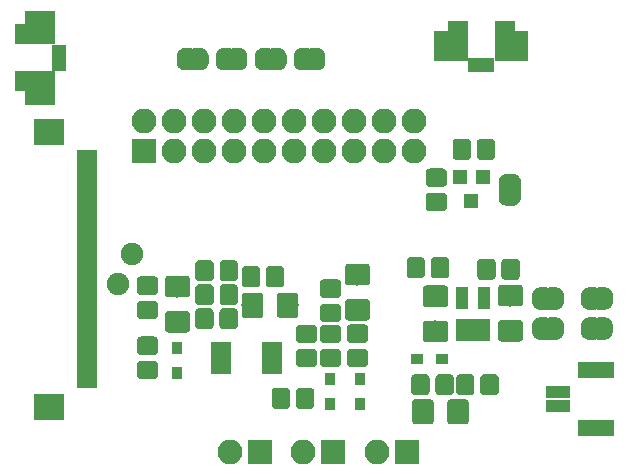
<source format=gbr>
G04 #@! TF.GenerationSoftware,KiCad,Pcbnew,(5.0.0)*
G04 #@! TF.CreationDate,2019-04-18T21:23:00-04:00*
G04 #@! TF.ProjectId,TouchscreenAdapter,546F75636873637265656E4164617074,rev?*
G04 #@! TF.SameCoordinates,Original*
G04 #@! TF.FileFunction,Soldermask,Top*
G04 #@! TF.FilePolarity,Negative*
%FSLAX46Y46*%
G04 Gerber Fmt 4.6, Leading zero omitted, Abs format (unit mm)*
G04 Created by KiCad (PCBNEW (5.0.0)) date 04/18/19 21:23:00*
%MOMM*%
%LPD*%
G01*
G04 APERTURE LIST*
%ADD10C,0.100000*%
%ADD11C,1.550000*%
%ADD12C,1.825000*%
%ADD13R,0.850000X1.000000*%
%ADD14R,1.000000X0.850000*%
%ADD15R,2.609800X2.203400*%
%ADD16R,1.695400X0.654000*%
%ADD17R,3.450000X1.700000*%
%ADD18R,2.600000X1.500000*%
%ADD19R,1.200000X0.700000*%
%ADD20R,2.100000X1.000000*%
%ADD21R,3.100000X1.400000*%
%ADD22R,1.700000X3.450000*%
%ADD23R,1.500000X2.600000*%
%ADD24R,0.700000X1.200000*%
%ADD25R,2.100000X2.100000*%
%ADD26O,2.100000X2.100000*%
%ADD27C,0.500000*%
%ADD28R,1.200000X1.300000*%
%ADD29C,1.900000*%
%ADD30R,1.800000X0.700000*%
%ADD31R,1.050000X1.960000*%
G04 APERTURE END LIST*
D10*
G04 #@! TO.C,C3*
G36*
X119087071Y-87981623D02*
X119119781Y-87986475D01*
X119151857Y-87994509D01*
X119182991Y-88005649D01*
X119212884Y-88019787D01*
X119241247Y-88036787D01*
X119267807Y-88056485D01*
X119292308Y-88078692D01*
X119314515Y-88103193D01*
X119334213Y-88129753D01*
X119351213Y-88158116D01*
X119365351Y-88188009D01*
X119376491Y-88219143D01*
X119384525Y-88251219D01*
X119389377Y-88283929D01*
X119391000Y-88316956D01*
X119391000Y-89193044D01*
X119389377Y-89226071D01*
X119384525Y-89258781D01*
X119376491Y-89290857D01*
X119365351Y-89321991D01*
X119351213Y-89351884D01*
X119334213Y-89380247D01*
X119314515Y-89406807D01*
X119292308Y-89431308D01*
X119267807Y-89453515D01*
X119241247Y-89473213D01*
X119212884Y-89490213D01*
X119182991Y-89504351D01*
X119151857Y-89515491D01*
X119119781Y-89523525D01*
X119087071Y-89528377D01*
X119054044Y-89530000D01*
X117927956Y-89530000D01*
X117894929Y-89528377D01*
X117862219Y-89523525D01*
X117830143Y-89515491D01*
X117799009Y-89504351D01*
X117769116Y-89490213D01*
X117740753Y-89473213D01*
X117714193Y-89453515D01*
X117689692Y-89431308D01*
X117667485Y-89406807D01*
X117647787Y-89380247D01*
X117630787Y-89351884D01*
X117616649Y-89321991D01*
X117605509Y-89290857D01*
X117597475Y-89258781D01*
X117592623Y-89226071D01*
X117591000Y-89193044D01*
X117591000Y-88316956D01*
X117592623Y-88283929D01*
X117597475Y-88251219D01*
X117605509Y-88219143D01*
X117616649Y-88188009D01*
X117630787Y-88158116D01*
X117647787Y-88129753D01*
X117667485Y-88103193D01*
X117689692Y-88078692D01*
X117714193Y-88056485D01*
X117740753Y-88036787D01*
X117769116Y-88019787D01*
X117799009Y-88005649D01*
X117830143Y-87994509D01*
X117862219Y-87986475D01*
X117894929Y-87981623D01*
X117927956Y-87980000D01*
X119054044Y-87980000D01*
X119087071Y-87981623D01*
X119087071Y-87981623D01*
G37*
D11*
X118491000Y-88755000D03*
D10*
G36*
X119087071Y-90031623D02*
X119119781Y-90036475D01*
X119151857Y-90044509D01*
X119182991Y-90055649D01*
X119212884Y-90069787D01*
X119241247Y-90086787D01*
X119267807Y-90106485D01*
X119292308Y-90128692D01*
X119314515Y-90153193D01*
X119334213Y-90179753D01*
X119351213Y-90208116D01*
X119365351Y-90238009D01*
X119376491Y-90269143D01*
X119384525Y-90301219D01*
X119389377Y-90333929D01*
X119391000Y-90366956D01*
X119391000Y-91243044D01*
X119389377Y-91276071D01*
X119384525Y-91308781D01*
X119376491Y-91340857D01*
X119365351Y-91371991D01*
X119351213Y-91401884D01*
X119334213Y-91430247D01*
X119314515Y-91456807D01*
X119292308Y-91481308D01*
X119267807Y-91503515D01*
X119241247Y-91523213D01*
X119212884Y-91540213D01*
X119182991Y-91554351D01*
X119151857Y-91565491D01*
X119119781Y-91573525D01*
X119087071Y-91578377D01*
X119054044Y-91580000D01*
X117927956Y-91580000D01*
X117894929Y-91578377D01*
X117862219Y-91573525D01*
X117830143Y-91565491D01*
X117799009Y-91554351D01*
X117769116Y-91540213D01*
X117740753Y-91523213D01*
X117714193Y-91503515D01*
X117689692Y-91481308D01*
X117667485Y-91456807D01*
X117647787Y-91430247D01*
X117630787Y-91401884D01*
X117616649Y-91371991D01*
X117605509Y-91340857D01*
X117597475Y-91308781D01*
X117592623Y-91276071D01*
X117591000Y-91243044D01*
X117591000Y-90366956D01*
X117592623Y-90333929D01*
X117597475Y-90301219D01*
X117605509Y-90269143D01*
X117616649Y-90238009D01*
X117630787Y-90208116D01*
X117647787Y-90179753D01*
X117667485Y-90153193D01*
X117689692Y-90128692D01*
X117714193Y-90106485D01*
X117740753Y-90086787D01*
X117769116Y-90069787D01*
X117799009Y-90055649D01*
X117830143Y-90044509D01*
X117862219Y-90036475D01*
X117894929Y-90031623D01*
X117927956Y-90030000D01*
X119054044Y-90030000D01*
X119087071Y-90031623D01*
X119087071Y-90031623D01*
G37*
D11*
X118491000Y-90805000D03*
G04 #@! TD*
D10*
G04 #@! TO.C,C4*
G36*
X130979707Y-89350542D02*
X131010787Y-89355152D01*
X131041266Y-89362787D01*
X131070850Y-89373372D01*
X131099254Y-89386806D01*
X131126204Y-89402959D01*
X131151442Y-89421677D01*
X131174723Y-89442777D01*
X131195823Y-89466058D01*
X131214541Y-89491296D01*
X131230694Y-89518246D01*
X131244128Y-89546650D01*
X131254713Y-89576234D01*
X131262348Y-89606713D01*
X131266958Y-89637793D01*
X131268500Y-89669176D01*
X131268500Y-91178824D01*
X131266958Y-91210207D01*
X131262348Y-91241287D01*
X131254713Y-91271766D01*
X131244128Y-91301350D01*
X131230694Y-91329754D01*
X131214541Y-91356704D01*
X131195823Y-91381942D01*
X131174723Y-91405223D01*
X131151442Y-91426323D01*
X131126204Y-91445041D01*
X131099254Y-91461194D01*
X131070850Y-91474628D01*
X131041266Y-91485213D01*
X131010787Y-91492848D01*
X130979707Y-91497458D01*
X130948324Y-91499000D01*
X129763676Y-91499000D01*
X129732293Y-91497458D01*
X129701213Y-91492848D01*
X129670734Y-91485213D01*
X129641150Y-91474628D01*
X129612746Y-91461194D01*
X129585796Y-91445041D01*
X129560558Y-91426323D01*
X129537277Y-91405223D01*
X129516177Y-91381942D01*
X129497459Y-91356704D01*
X129481306Y-91329754D01*
X129467872Y-91301350D01*
X129457287Y-91271766D01*
X129449652Y-91241287D01*
X129445042Y-91210207D01*
X129443500Y-91178824D01*
X129443500Y-89669176D01*
X129445042Y-89637793D01*
X129449652Y-89606713D01*
X129457287Y-89576234D01*
X129467872Y-89546650D01*
X129481306Y-89518246D01*
X129497459Y-89491296D01*
X129516177Y-89466058D01*
X129537277Y-89442777D01*
X129560558Y-89421677D01*
X129585796Y-89402959D01*
X129612746Y-89386806D01*
X129641150Y-89373372D01*
X129670734Y-89362787D01*
X129701213Y-89355152D01*
X129732293Y-89350542D01*
X129763676Y-89349000D01*
X130948324Y-89349000D01*
X130979707Y-89350542D01*
X130979707Y-89350542D01*
G37*
D12*
X130356000Y-90424000D03*
D10*
G36*
X128004707Y-89350542D02*
X128035787Y-89355152D01*
X128066266Y-89362787D01*
X128095850Y-89373372D01*
X128124254Y-89386806D01*
X128151204Y-89402959D01*
X128176442Y-89421677D01*
X128199723Y-89442777D01*
X128220823Y-89466058D01*
X128239541Y-89491296D01*
X128255694Y-89518246D01*
X128269128Y-89546650D01*
X128279713Y-89576234D01*
X128287348Y-89606713D01*
X128291958Y-89637793D01*
X128293500Y-89669176D01*
X128293500Y-91178824D01*
X128291958Y-91210207D01*
X128287348Y-91241287D01*
X128279713Y-91271766D01*
X128269128Y-91301350D01*
X128255694Y-91329754D01*
X128239541Y-91356704D01*
X128220823Y-91381942D01*
X128199723Y-91405223D01*
X128176442Y-91426323D01*
X128151204Y-91445041D01*
X128124254Y-91461194D01*
X128095850Y-91474628D01*
X128066266Y-91485213D01*
X128035787Y-91492848D01*
X128004707Y-91497458D01*
X127973324Y-91499000D01*
X126788676Y-91499000D01*
X126757293Y-91497458D01*
X126726213Y-91492848D01*
X126695734Y-91485213D01*
X126666150Y-91474628D01*
X126637746Y-91461194D01*
X126610796Y-91445041D01*
X126585558Y-91426323D01*
X126562277Y-91405223D01*
X126541177Y-91381942D01*
X126522459Y-91356704D01*
X126506306Y-91329754D01*
X126492872Y-91301350D01*
X126482287Y-91271766D01*
X126474652Y-91241287D01*
X126470042Y-91210207D01*
X126468500Y-91178824D01*
X126468500Y-89669176D01*
X126470042Y-89637793D01*
X126474652Y-89606713D01*
X126482287Y-89576234D01*
X126492872Y-89546650D01*
X126506306Y-89518246D01*
X126522459Y-89491296D01*
X126541177Y-89466058D01*
X126562277Y-89442777D01*
X126585558Y-89421677D01*
X126610796Y-89402959D01*
X126637746Y-89386806D01*
X126666150Y-89373372D01*
X126695734Y-89362787D01*
X126726213Y-89355152D01*
X126757293Y-89350542D01*
X126788676Y-89349000D01*
X127973324Y-89349000D01*
X128004707Y-89350542D01*
X128004707Y-89350542D01*
G37*
D12*
X127381000Y-90424000D03*
G04 #@! TD*
D10*
G04 #@! TO.C,C5*
G36*
X119087071Y-93070623D02*
X119119781Y-93075475D01*
X119151857Y-93083509D01*
X119182991Y-93094649D01*
X119212884Y-93108787D01*
X119241247Y-93125787D01*
X119267807Y-93145485D01*
X119292308Y-93167692D01*
X119314515Y-93192193D01*
X119334213Y-93218753D01*
X119351213Y-93247116D01*
X119365351Y-93277009D01*
X119376491Y-93308143D01*
X119384525Y-93340219D01*
X119389377Y-93372929D01*
X119391000Y-93405956D01*
X119391000Y-94282044D01*
X119389377Y-94315071D01*
X119384525Y-94347781D01*
X119376491Y-94379857D01*
X119365351Y-94410991D01*
X119351213Y-94440884D01*
X119334213Y-94469247D01*
X119314515Y-94495807D01*
X119292308Y-94520308D01*
X119267807Y-94542515D01*
X119241247Y-94562213D01*
X119212884Y-94579213D01*
X119182991Y-94593351D01*
X119151857Y-94604491D01*
X119119781Y-94612525D01*
X119087071Y-94617377D01*
X119054044Y-94619000D01*
X117927956Y-94619000D01*
X117894929Y-94617377D01*
X117862219Y-94612525D01*
X117830143Y-94604491D01*
X117799009Y-94593351D01*
X117769116Y-94579213D01*
X117740753Y-94562213D01*
X117714193Y-94542515D01*
X117689692Y-94520308D01*
X117667485Y-94495807D01*
X117647787Y-94469247D01*
X117630787Y-94440884D01*
X117616649Y-94410991D01*
X117605509Y-94379857D01*
X117597475Y-94347781D01*
X117592623Y-94315071D01*
X117591000Y-94282044D01*
X117591000Y-93405956D01*
X117592623Y-93372929D01*
X117597475Y-93340219D01*
X117605509Y-93308143D01*
X117616649Y-93277009D01*
X117630787Y-93247116D01*
X117647787Y-93218753D01*
X117667485Y-93192193D01*
X117689692Y-93167692D01*
X117714193Y-93145485D01*
X117740753Y-93125787D01*
X117769116Y-93108787D01*
X117799009Y-93094649D01*
X117830143Y-93083509D01*
X117862219Y-93075475D01*
X117894929Y-93070623D01*
X117927956Y-93069000D01*
X119054044Y-93069000D01*
X119087071Y-93070623D01*
X119087071Y-93070623D01*
G37*
D11*
X118491000Y-93844000D03*
D10*
G36*
X119087071Y-95120623D02*
X119119781Y-95125475D01*
X119151857Y-95133509D01*
X119182991Y-95144649D01*
X119212884Y-95158787D01*
X119241247Y-95175787D01*
X119267807Y-95195485D01*
X119292308Y-95217692D01*
X119314515Y-95242193D01*
X119334213Y-95268753D01*
X119351213Y-95297116D01*
X119365351Y-95327009D01*
X119376491Y-95358143D01*
X119384525Y-95390219D01*
X119389377Y-95422929D01*
X119391000Y-95455956D01*
X119391000Y-96332044D01*
X119389377Y-96365071D01*
X119384525Y-96397781D01*
X119376491Y-96429857D01*
X119365351Y-96460991D01*
X119351213Y-96490884D01*
X119334213Y-96519247D01*
X119314515Y-96545807D01*
X119292308Y-96570308D01*
X119267807Y-96592515D01*
X119241247Y-96612213D01*
X119212884Y-96629213D01*
X119182991Y-96643351D01*
X119151857Y-96654491D01*
X119119781Y-96662525D01*
X119087071Y-96667377D01*
X119054044Y-96669000D01*
X117927956Y-96669000D01*
X117894929Y-96667377D01*
X117862219Y-96662525D01*
X117830143Y-96654491D01*
X117799009Y-96643351D01*
X117769116Y-96629213D01*
X117740753Y-96612213D01*
X117714193Y-96592515D01*
X117689692Y-96570308D01*
X117667485Y-96545807D01*
X117647787Y-96519247D01*
X117630787Y-96490884D01*
X117616649Y-96460991D01*
X117605509Y-96429857D01*
X117597475Y-96397781D01*
X117592623Y-96365071D01*
X117591000Y-96332044D01*
X117591000Y-95455956D01*
X117592623Y-95422929D01*
X117597475Y-95390219D01*
X117605509Y-95358143D01*
X117616649Y-95327009D01*
X117630787Y-95297116D01*
X117647787Y-95268753D01*
X117667485Y-95242193D01*
X117689692Y-95217692D01*
X117714193Y-95195485D01*
X117740753Y-95175787D01*
X117769116Y-95158787D01*
X117799009Y-95144649D01*
X117830143Y-95133509D01*
X117862219Y-95125475D01*
X117894929Y-95120623D01*
X117927956Y-95119000D01*
X119054044Y-95119000D01*
X119087071Y-95120623D01*
X119087071Y-95120623D01*
G37*
D11*
X118491000Y-95894000D03*
G04 #@! TD*
D10*
G04 #@! TO.C,C6*
G36*
X123788071Y-88636623D02*
X123820781Y-88641475D01*
X123852857Y-88649509D01*
X123883991Y-88660649D01*
X123913884Y-88674787D01*
X123942247Y-88691787D01*
X123968807Y-88711485D01*
X123993308Y-88733692D01*
X124015515Y-88758193D01*
X124035213Y-88784753D01*
X124052213Y-88813116D01*
X124066351Y-88843009D01*
X124077491Y-88874143D01*
X124085525Y-88906219D01*
X124090377Y-88938929D01*
X124092000Y-88971956D01*
X124092000Y-90098044D01*
X124090377Y-90131071D01*
X124085525Y-90163781D01*
X124077491Y-90195857D01*
X124066351Y-90226991D01*
X124052213Y-90256884D01*
X124035213Y-90285247D01*
X124015515Y-90311807D01*
X123993308Y-90336308D01*
X123968807Y-90358515D01*
X123942247Y-90378213D01*
X123913884Y-90395213D01*
X123883991Y-90409351D01*
X123852857Y-90420491D01*
X123820781Y-90428525D01*
X123788071Y-90433377D01*
X123755044Y-90435000D01*
X122878956Y-90435000D01*
X122845929Y-90433377D01*
X122813219Y-90428525D01*
X122781143Y-90420491D01*
X122750009Y-90409351D01*
X122720116Y-90395213D01*
X122691753Y-90378213D01*
X122665193Y-90358515D01*
X122640692Y-90336308D01*
X122618485Y-90311807D01*
X122598787Y-90285247D01*
X122581787Y-90256884D01*
X122567649Y-90226991D01*
X122556509Y-90195857D01*
X122548475Y-90163781D01*
X122543623Y-90131071D01*
X122542000Y-90098044D01*
X122542000Y-88971956D01*
X122543623Y-88938929D01*
X122548475Y-88906219D01*
X122556509Y-88874143D01*
X122567649Y-88843009D01*
X122581787Y-88813116D01*
X122598787Y-88784753D01*
X122618485Y-88758193D01*
X122640692Y-88733692D01*
X122665193Y-88711485D01*
X122691753Y-88691787D01*
X122720116Y-88674787D01*
X122750009Y-88660649D01*
X122781143Y-88649509D01*
X122813219Y-88641475D01*
X122845929Y-88636623D01*
X122878956Y-88635000D01*
X123755044Y-88635000D01*
X123788071Y-88636623D01*
X123788071Y-88636623D01*
G37*
D11*
X123317000Y-89535000D03*
D10*
G36*
X125838071Y-88636623D02*
X125870781Y-88641475D01*
X125902857Y-88649509D01*
X125933991Y-88660649D01*
X125963884Y-88674787D01*
X125992247Y-88691787D01*
X126018807Y-88711485D01*
X126043308Y-88733692D01*
X126065515Y-88758193D01*
X126085213Y-88784753D01*
X126102213Y-88813116D01*
X126116351Y-88843009D01*
X126127491Y-88874143D01*
X126135525Y-88906219D01*
X126140377Y-88938929D01*
X126142000Y-88971956D01*
X126142000Y-90098044D01*
X126140377Y-90131071D01*
X126135525Y-90163781D01*
X126127491Y-90195857D01*
X126116351Y-90226991D01*
X126102213Y-90256884D01*
X126085213Y-90285247D01*
X126065515Y-90311807D01*
X126043308Y-90336308D01*
X126018807Y-90358515D01*
X125992247Y-90378213D01*
X125963884Y-90395213D01*
X125933991Y-90409351D01*
X125902857Y-90420491D01*
X125870781Y-90428525D01*
X125838071Y-90433377D01*
X125805044Y-90435000D01*
X124928956Y-90435000D01*
X124895929Y-90433377D01*
X124863219Y-90428525D01*
X124831143Y-90420491D01*
X124800009Y-90409351D01*
X124770116Y-90395213D01*
X124741753Y-90378213D01*
X124715193Y-90358515D01*
X124690692Y-90336308D01*
X124668485Y-90311807D01*
X124648787Y-90285247D01*
X124631787Y-90256884D01*
X124617649Y-90226991D01*
X124606509Y-90195857D01*
X124598475Y-90163781D01*
X124593623Y-90131071D01*
X124592000Y-90098044D01*
X124592000Y-88971956D01*
X124593623Y-88938929D01*
X124598475Y-88906219D01*
X124606509Y-88874143D01*
X124617649Y-88843009D01*
X124631787Y-88813116D01*
X124648787Y-88784753D01*
X124668485Y-88758193D01*
X124690692Y-88733692D01*
X124715193Y-88711485D01*
X124741753Y-88691787D01*
X124770116Y-88674787D01*
X124800009Y-88660649D01*
X124831143Y-88649509D01*
X124863219Y-88641475D01*
X124895929Y-88636623D01*
X124928956Y-88635000D01*
X125805044Y-88635000D01*
X125838071Y-88636623D01*
X125838071Y-88636623D01*
G37*
D11*
X125367000Y-89535000D03*
G04 #@! TD*
D10*
G04 #@! TO.C,C7*
G36*
X130256071Y-97399623D02*
X130288781Y-97404475D01*
X130320857Y-97412509D01*
X130351991Y-97423649D01*
X130381884Y-97437787D01*
X130410247Y-97454787D01*
X130436807Y-97474485D01*
X130461308Y-97496692D01*
X130483515Y-97521193D01*
X130503213Y-97547753D01*
X130520213Y-97576116D01*
X130534351Y-97606009D01*
X130545491Y-97637143D01*
X130553525Y-97669219D01*
X130558377Y-97701929D01*
X130560000Y-97734956D01*
X130560000Y-98861044D01*
X130558377Y-98894071D01*
X130553525Y-98926781D01*
X130545491Y-98958857D01*
X130534351Y-98989991D01*
X130520213Y-99019884D01*
X130503213Y-99048247D01*
X130483515Y-99074807D01*
X130461308Y-99099308D01*
X130436807Y-99121515D01*
X130410247Y-99141213D01*
X130381884Y-99158213D01*
X130351991Y-99172351D01*
X130320857Y-99183491D01*
X130288781Y-99191525D01*
X130256071Y-99196377D01*
X130223044Y-99198000D01*
X129346956Y-99198000D01*
X129313929Y-99196377D01*
X129281219Y-99191525D01*
X129249143Y-99183491D01*
X129218009Y-99172351D01*
X129188116Y-99158213D01*
X129159753Y-99141213D01*
X129133193Y-99121515D01*
X129108692Y-99099308D01*
X129086485Y-99074807D01*
X129066787Y-99048247D01*
X129049787Y-99019884D01*
X129035649Y-98989991D01*
X129024509Y-98958857D01*
X129016475Y-98926781D01*
X129011623Y-98894071D01*
X129010000Y-98861044D01*
X129010000Y-97734956D01*
X129011623Y-97701929D01*
X129016475Y-97669219D01*
X129024509Y-97637143D01*
X129035649Y-97606009D01*
X129049787Y-97576116D01*
X129066787Y-97547753D01*
X129086485Y-97521193D01*
X129108692Y-97496692D01*
X129133193Y-97474485D01*
X129159753Y-97454787D01*
X129188116Y-97437787D01*
X129218009Y-97423649D01*
X129249143Y-97412509D01*
X129281219Y-97404475D01*
X129313929Y-97399623D01*
X129346956Y-97398000D01*
X130223044Y-97398000D01*
X130256071Y-97399623D01*
X130256071Y-97399623D01*
G37*
D11*
X129785000Y-98298000D03*
D10*
G36*
X132306071Y-97399623D02*
X132338781Y-97404475D01*
X132370857Y-97412509D01*
X132401991Y-97423649D01*
X132431884Y-97437787D01*
X132460247Y-97454787D01*
X132486807Y-97474485D01*
X132511308Y-97496692D01*
X132533515Y-97521193D01*
X132553213Y-97547753D01*
X132570213Y-97576116D01*
X132584351Y-97606009D01*
X132595491Y-97637143D01*
X132603525Y-97669219D01*
X132608377Y-97701929D01*
X132610000Y-97734956D01*
X132610000Y-98861044D01*
X132608377Y-98894071D01*
X132603525Y-98926781D01*
X132595491Y-98958857D01*
X132584351Y-98989991D01*
X132570213Y-99019884D01*
X132553213Y-99048247D01*
X132533515Y-99074807D01*
X132511308Y-99099308D01*
X132486807Y-99121515D01*
X132460247Y-99141213D01*
X132431884Y-99158213D01*
X132401991Y-99172351D01*
X132370857Y-99183491D01*
X132338781Y-99191525D01*
X132306071Y-99196377D01*
X132273044Y-99198000D01*
X131396956Y-99198000D01*
X131363929Y-99196377D01*
X131331219Y-99191525D01*
X131299143Y-99183491D01*
X131268009Y-99172351D01*
X131238116Y-99158213D01*
X131209753Y-99141213D01*
X131183193Y-99121515D01*
X131158692Y-99099308D01*
X131136485Y-99074807D01*
X131116787Y-99048247D01*
X131099787Y-99019884D01*
X131085649Y-98989991D01*
X131074509Y-98958857D01*
X131066475Y-98926781D01*
X131061623Y-98894071D01*
X131060000Y-98861044D01*
X131060000Y-97734956D01*
X131061623Y-97701929D01*
X131066475Y-97669219D01*
X131074509Y-97637143D01*
X131085649Y-97606009D01*
X131099787Y-97576116D01*
X131116787Y-97547753D01*
X131136485Y-97521193D01*
X131158692Y-97496692D01*
X131183193Y-97474485D01*
X131209753Y-97454787D01*
X131238116Y-97437787D01*
X131268009Y-97423649D01*
X131299143Y-97412509D01*
X131331219Y-97404475D01*
X131363929Y-97399623D01*
X131396956Y-97398000D01*
X132273044Y-97398000D01*
X132306071Y-97399623D01*
X132306071Y-97399623D01*
G37*
D11*
X131835000Y-98298000D03*
G04 #@! TD*
D10*
G04 #@! TO.C,C8*
G36*
X132549071Y-92063623D02*
X132581781Y-92068475D01*
X132613857Y-92076509D01*
X132644991Y-92087649D01*
X132674884Y-92101787D01*
X132703247Y-92118787D01*
X132729807Y-92138485D01*
X132754308Y-92160692D01*
X132776515Y-92185193D01*
X132796213Y-92211753D01*
X132813213Y-92240116D01*
X132827351Y-92270009D01*
X132838491Y-92301143D01*
X132846525Y-92333219D01*
X132851377Y-92365929D01*
X132853000Y-92398956D01*
X132853000Y-93275044D01*
X132851377Y-93308071D01*
X132846525Y-93340781D01*
X132838491Y-93372857D01*
X132827351Y-93403991D01*
X132813213Y-93433884D01*
X132796213Y-93462247D01*
X132776515Y-93488807D01*
X132754308Y-93513308D01*
X132729807Y-93535515D01*
X132703247Y-93555213D01*
X132674884Y-93572213D01*
X132644991Y-93586351D01*
X132613857Y-93597491D01*
X132581781Y-93605525D01*
X132549071Y-93610377D01*
X132516044Y-93612000D01*
X131389956Y-93612000D01*
X131356929Y-93610377D01*
X131324219Y-93605525D01*
X131292143Y-93597491D01*
X131261009Y-93586351D01*
X131231116Y-93572213D01*
X131202753Y-93555213D01*
X131176193Y-93535515D01*
X131151692Y-93513308D01*
X131129485Y-93488807D01*
X131109787Y-93462247D01*
X131092787Y-93433884D01*
X131078649Y-93403991D01*
X131067509Y-93372857D01*
X131059475Y-93340781D01*
X131054623Y-93308071D01*
X131053000Y-93275044D01*
X131053000Y-92398956D01*
X131054623Y-92365929D01*
X131059475Y-92333219D01*
X131067509Y-92301143D01*
X131078649Y-92270009D01*
X131092787Y-92240116D01*
X131109787Y-92211753D01*
X131129485Y-92185193D01*
X131151692Y-92160692D01*
X131176193Y-92138485D01*
X131202753Y-92118787D01*
X131231116Y-92101787D01*
X131261009Y-92087649D01*
X131292143Y-92076509D01*
X131324219Y-92068475D01*
X131356929Y-92063623D01*
X131389956Y-92062000D01*
X132516044Y-92062000D01*
X132549071Y-92063623D01*
X132549071Y-92063623D01*
G37*
D11*
X131953000Y-92837000D03*
D10*
G36*
X132549071Y-94113623D02*
X132581781Y-94118475D01*
X132613857Y-94126509D01*
X132644991Y-94137649D01*
X132674884Y-94151787D01*
X132703247Y-94168787D01*
X132729807Y-94188485D01*
X132754308Y-94210692D01*
X132776515Y-94235193D01*
X132796213Y-94261753D01*
X132813213Y-94290116D01*
X132827351Y-94320009D01*
X132838491Y-94351143D01*
X132846525Y-94383219D01*
X132851377Y-94415929D01*
X132853000Y-94448956D01*
X132853000Y-95325044D01*
X132851377Y-95358071D01*
X132846525Y-95390781D01*
X132838491Y-95422857D01*
X132827351Y-95453991D01*
X132813213Y-95483884D01*
X132796213Y-95512247D01*
X132776515Y-95538807D01*
X132754308Y-95563308D01*
X132729807Y-95585515D01*
X132703247Y-95605213D01*
X132674884Y-95622213D01*
X132644991Y-95636351D01*
X132613857Y-95647491D01*
X132581781Y-95655525D01*
X132549071Y-95660377D01*
X132516044Y-95662000D01*
X131389956Y-95662000D01*
X131356929Y-95660377D01*
X131324219Y-95655525D01*
X131292143Y-95647491D01*
X131261009Y-95636351D01*
X131231116Y-95622213D01*
X131202753Y-95605213D01*
X131176193Y-95585515D01*
X131151692Y-95563308D01*
X131129485Y-95538807D01*
X131109787Y-95512247D01*
X131092787Y-95483884D01*
X131078649Y-95453991D01*
X131067509Y-95422857D01*
X131059475Y-95390781D01*
X131054623Y-95358071D01*
X131053000Y-95325044D01*
X131053000Y-94448956D01*
X131054623Y-94415929D01*
X131059475Y-94383219D01*
X131067509Y-94351143D01*
X131078649Y-94320009D01*
X131092787Y-94290116D01*
X131109787Y-94261753D01*
X131129485Y-94235193D01*
X131151692Y-94210692D01*
X131176193Y-94188485D01*
X131202753Y-94168787D01*
X131231116Y-94151787D01*
X131261009Y-94137649D01*
X131292143Y-94126509D01*
X131324219Y-94118475D01*
X131356929Y-94113623D01*
X131389956Y-94112000D01*
X132516044Y-94112000D01*
X132549071Y-94113623D01*
X132549071Y-94113623D01*
G37*
D11*
X131953000Y-94887000D03*
G04 #@! TD*
D10*
G04 #@! TO.C,C9*
G36*
X136867071Y-94095623D02*
X136899781Y-94100475D01*
X136931857Y-94108509D01*
X136962991Y-94119649D01*
X136992884Y-94133787D01*
X137021247Y-94150787D01*
X137047807Y-94170485D01*
X137072308Y-94192692D01*
X137094515Y-94217193D01*
X137114213Y-94243753D01*
X137131213Y-94272116D01*
X137145351Y-94302009D01*
X137156491Y-94333143D01*
X137164525Y-94365219D01*
X137169377Y-94397929D01*
X137171000Y-94430956D01*
X137171000Y-95307044D01*
X137169377Y-95340071D01*
X137164525Y-95372781D01*
X137156491Y-95404857D01*
X137145351Y-95435991D01*
X137131213Y-95465884D01*
X137114213Y-95494247D01*
X137094515Y-95520807D01*
X137072308Y-95545308D01*
X137047807Y-95567515D01*
X137021247Y-95587213D01*
X136992884Y-95604213D01*
X136962991Y-95618351D01*
X136931857Y-95629491D01*
X136899781Y-95637525D01*
X136867071Y-95642377D01*
X136834044Y-95644000D01*
X135707956Y-95644000D01*
X135674929Y-95642377D01*
X135642219Y-95637525D01*
X135610143Y-95629491D01*
X135579009Y-95618351D01*
X135549116Y-95604213D01*
X135520753Y-95587213D01*
X135494193Y-95567515D01*
X135469692Y-95545308D01*
X135447485Y-95520807D01*
X135427787Y-95494247D01*
X135410787Y-95465884D01*
X135396649Y-95435991D01*
X135385509Y-95404857D01*
X135377475Y-95372781D01*
X135372623Y-95340071D01*
X135371000Y-95307044D01*
X135371000Y-94430956D01*
X135372623Y-94397929D01*
X135377475Y-94365219D01*
X135385509Y-94333143D01*
X135396649Y-94302009D01*
X135410787Y-94272116D01*
X135427787Y-94243753D01*
X135447485Y-94217193D01*
X135469692Y-94192692D01*
X135494193Y-94170485D01*
X135520753Y-94150787D01*
X135549116Y-94133787D01*
X135579009Y-94119649D01*
X135610143Y-94108509D01*
X135642219Y-94100475D01*
X135674929Y-94095623D01*
X135707956Y-94094000D01*
X136834044Y-94094000D01*
X136867071Y-94095623D01*
X136867071Y-94095623D01*
G37*
D11*
X136271000Y-94869000D03*
D10*
G36*
X136867071Y-92045623D02*
X136899781Y-92050475D01*
X136931857Y-92058509D01*
X136962991Y-92069649D01*
X136992884Y-92083787D01*
X137021247Y-92100787D01*
X137047807Y-92120485D01*
X137072308Y-92142692D01*
X137094515Y-92167193D01*
X137114213Y-92193753D01*
X137131213Y-92222116D01*
X137145351Y-92252009D01*
X137156491Y-92283143D01*
X137164525Y-92315219D01*
X137169377Y-92347929D01*
X137171000Y-92380956D01*
X137171000Y-93257044D01*
X137169377Y-93290071D01*
X137164525Y-93322781D01*
X137156491Y-93354857D01*
X137145351Y-93385991D01*
X137131213Y-93415884D01*
X137114213Y-93444247D01*
X137094515Y-93470807D01*
X137072308Y-93495308D01*
X137047807Y-93517515D01*
X137021247Y-93537213D01*
X136992884Y-93554213D01*
X136962991Y-93568351D01*
X136931857Y-93579491D01*
X136899781Y-93587525D01*
X136867071Y-93592377D01*
X136834044Y-93594000D01*
X135707956Y-93594000D01*
X135674929Y-93592377D01*
X135642219Y-93587525D01*
X135610143Y-93579491D01*
X135579009Y-93568351D01*
X135549116Y-93554213D01*
X135520753Y-93537213D01*
X135494193Y-93517515D01*
X135469692Y-93495308D01*
X135447485Y-93470807D01*
X135427787Y-93444247D01*
X135410787Y-93415884D01*
X135396649Y-93385991D01*
X135385509Y-93354857D01*
X135377475Y-93322781D01*
X135372623Y-93290071D01*
X135371000Y-93257044D01*
X135371000Y-92380956D01*
X135372623Y-92347929D01*
X135377475Y-92315219D01*
X135385509Y-92283143D01*
X135396649Y-92252009D01*
X135410787Y-92222116D01*
X135427787Y-92193753D01*
X135447485Y-92167193D01*
X135469692Y-92142692D01*
X135494193Y-92120485D01*
X135520753Y-92100787D01*
X135549116Y-92083787D01*
X135579009Y-92069649D01*
X135610143Y-92058509D01*
X135642219Y-92050475D01*
X135674929Y-92045623D01*
X135707956Y-92044000D01*
X136834044Y-92044000D01*
X136867071Y-92045623D01*
X136867071Y-92045623D01*
G37*
D11*
X136271000Y-92819000D03*
G04 #@! TD*
D10*
G04 #@! TO.C,C10*
G36*
X142428707Y-98367542D02*
X142459787Y-98372152D01*
X142490266Y-98379787D01*
X142519850Y-98390372D01*
X142548254Y-98403806D01*
X142575204Y-98419959D01*
X142600442Y-98438677D01*
X142623723Y-98459777D01*
X142644823Y-98483058D01*
X142663541Y-98508296D01*
X142679694Y-98535246D01*
X142693128Y-98563650D01*
X142703713Y-98593234D01*
X142711348Y-98623713D01*
X142715958Y-98654793D01*
X142717500Y-98686176D01*
X142717500Y-100195824D01*
X142715958Y-100227207D01*
X142711348Y-100258287D01*
X142703713Y-100288766D01*
X142693128Y-100318350D01*
X142679694Y-100346754D01*
X142663541Y-100373704D01*
X142644823Y-100398942D01*
X142623723Y-100422223D01*
X142600442Y-100443323D01*
X142575204Y-100462041D01*
X142548254Y-100478194D01*
X142519850Y-100491628D01*
X142490266Y-100502213D01*
X142459787Y-100509848D01*
X142428707Y-100514458D01*
X142397324Y-100516000D01*
X141212676Y-100516000D01*
X141181293Y-100514458D01*
X141150213Y-100509848D01*
X141119734Y-100502213D01*
X141090150Y-100491628D01*
X141061746Y-100478194D01*
X141034796Y-100462041D01*
X141009558Y-100443323D01*
X140986277Y-100422223D01*
X140965177Y-100398942D01*
X140946459Y-100373704D01*
X140930306Y-100346754D01*
X140916872Y-100318350D01*
X140906287Y-100288766D01*
X140898652Y-100258287D01*
X140894042Y-100227207D01*
X140892500Y-100195824D01*
X140892500Y-98686176D01*
X140894042Y-98654793D01*
X140898652Y-98623713D01*
X140906287Y-98593234D01*
X140916872Y-98563650D01*
X140930306Y-98535246D01*
X140946459Y-98508296D01*
X140965177Y-98483058D01*
X140986277Y-98459777D01*
X141009558Y-98438677D01*
X141034796Y-98419959D01*
X141061746Y-98403806D01*
X141090150Y-98390372D01*
X141119734Y-98379787D01*
X141150213Y-98372152D01*
X141181293Y-98367542D01*
X141212676Y-98366000D01*
X142397324Y-98366000D01*
X142428707Y-98367542D01*
X142428707Y-98367542D01*
G37*
D12*
X141805000Y-99441000D03*
D10*
G36*
X145403707Y-98367542D02*
X145434787Y-98372152D01*
X145465266Y-98379787D01*
X145494850Y-98390372D01*
X145523254Y-98403806D01*
X145550204Y-98419959D01*
X145575442Y-98438677D01*
X145598723Y-98459777D01*
X145619823Y-98483058D01*
X145638541Y-98508296D01*
X145654694Y-98535246D01*
X145668128Y-98563650D01*
X145678713Y-98593234D01*
X145686348Y-98623713D01*
X145690958Y-98654793D01*
X145692500Y-98686176D01*
X145692500Y-100195824D01*
X145690958Y-100227207D01*
X145686348Y-100258287D01*
X145678713Y-100288766D01*
X145668128Y-100318350D01*
X145654694Y-100346754D01*
X145638541Y-100373704D01*
X145619823Y-100398942D01*
X145598723Y-100422223D01*
X145575442Y-100443323D01*
X145550204Y-100462041D01*
X145523254Y-100478194D01*
X145494850Y-100491628D01*
X145465266Y-100502213D01*
X145434787Y-100509848D01*
X145403707Y-100514458D01*
X145372324Y-100516000D01*
X144187676Y-100516000D01*
X144156293Y-100514458D01*
X144125213Y-100509848D01*
X144094734Y-100502213D01*
X144065150Y-100491628D01*
X144036746Y-100478194D01*
X144009796Y-100462041D01*
X143984558Y-100443323D01*
X143961277Y-100422223D01*
X143940177Y-100398942D01*
X143921459Y-100373704D01*
X143905306Y-100346754D01*
X143891872Y-100318350D01*
X143881287Y-100288766D01*
X143873652Y-100258287D01*
X143869042Y-100227207D01*
X143867500Y-100195824D01*
X143867500Y-98686176D01*
X143869042Y-98654793D01*
X143873652Y-98623713D01*
X143881287Y-98593234D01*
X143891872Y-98563650D01*
X143905306Y-98535246D01*
X143921459Y-98508296D01*
X143940177Y-98483058D01*
X143961277Y-98459777D01*
X143984558Y-98438677D01*
X144009796Y-98419959D01*
X144036746Y-98403806D01*
X144065150Y-98390372D01*
X144094734Y-98379787D01*
X144125213Y-98372152D01*
X144156293Y-98367542D01*
X144187676Y-98366000D01*
X145372324Y-98366000D01*
X145403707Y-98367542D01*
X145403707Y-98367542D01*
G37*
D12*
X144780000Y-99441000D03*
G04 #@! TD*
D10*
G04 #@! TO.C,C11*
G36*
X150011207Y-88697042D02*
X150042287Y-88701652D01*
X150072766Y-88709287D01*
X150102350Y-88719872D01*
X150130754Y-88733306D01*
X150157704Y-88749459D01*
X150182942Y-88768177D01*
X150206223Y-88789277D01*
X150227323Y-88812558D01*
X150246041Y-88837796D01*
X150262194Y-88864746D01*
X150275628Y-88893150D01*
X150286213Y-88922734D01*
X150293848Y-88953213D01*
X150298458Y-88984293D01*
X150300000Y-89015676D01*
X150300000Y-90200324D01*
X150298458Y-90231707D01*
X150293848Y-90262787D01*
X150286213Y-90293266D01*
X150275628Y-90322850D01*
X150262194Y-90351254D01*
X150246041Y-90378204D01*
X150227323Y-90403442D01*
X150206223Y-90426723D01*
X150182942Y-90447823D01*
X150157704Y-90466541D01*
X150130754Y-90482694D01*
X150102350Y-90496128D01*
X150072766Y-90506713D01*
X150042287Y-90514348D01*
X150011207Y-90518958D01*
X149979824Y-90520500D01*
X148470176Y-90520500D01*
X148438793Y-90518958D01*
X148407713Y-90514348D01*
X148377234Y-90506713D01*
X148347650Y-90496128D01*
X148319246Y-90482694D01*
X148292296Y-90466541D01*
X148267058Y-90447823D01*
X148243777Y-90426723D01*
X148222677Y-90403442D01*
X148203959Y-90378204D01*
X148187806Y-90351254D01*
X148174372Y-90322850D01*
X148163787Y-90293266D01*
X148156152Y-90262787D01*
X148151542Y-90231707D01*
X148150000Y-90200324D01*
X148150000Y-89015676D01*
X148151542Y-88984293D01*
X148156152Y-88953213D01*
X148163787Y-88922734D01*
X148174372Y-88893150D01*
X148187806Y-88864746D01*
X148203959Y-88837796D01*
X148222677Y-88812558D01*
X148243777Y-88789277D01*
X148267058Y-88768177D01*
X148292296Y-88749459D01*
X148319246Y-88733306D01*
X148347650Y-88719872D01*
X148377234Y-88709287D01*
X148407713Y-88701652D01*
X148438793Y-88697042D01*
X148470176Y-88695500D01*
X149979824Y-88695500D01*
X150011207Y-88697042D01*
X150011207Y-88697042D01*
G37*
D12*
X149225000Y-89608000D03*
D10*
G36*
X150011207Y-91672042D02*
X150042287Y-91676652D01*
X150072766Y-91684287D01*
X150102350Y-91694872D01*
X150130754Y-91708306D01*
X150157704Y-91724459D01*
X150182942Y-91743177D01*
X150206223Y-91764277D01*
X150227323Y-91787558D01*
X150246041Y-91812796D01*
X150262194Y-91839746D01*
X150275628Y-91868150D01*
X150286213Y-91897734D01*
X150293848Y-91928213D01*
X150298458Y-91959293D01*
X150300000Y-91990676D01*
X150300000Y-93175324D01*
X150298458Y-93206707D01*
X150293848Y-93237787D01*
X150286213Y-93268266D01*
X150275628Y-93297850D01*
X150262194Y-93326254D01*
X150246041Y-93353204D01*
X150227323Y-93378442D01*
X150206223Y-93401723D01*
X150182942Y-93422823D01*
X150157704Y-93441541D01*
X150130754Y-93457694D01*
X150102350Y-93471128D01*
X150072766Y-93481713D01*
X150042287Y-93489348D01*
X150011207Y-93493958D01*
X149979824Y-93495500D01*
X148470176Y-93495500D01*
X148438793Y-93493958D01*
X148407713Y-93489348D01*
X148377234Y-93481713D01*
X148347650Y-93471128D01*
X148319246Y-93457694D01*
X148292296Y-93441541D01*
X148267058Y-93422823D01*
X148243777Y-93401723D01*
X148222677Y-93378442D01*
X148203959Y-93353204D01*
X148187806Y-93326254D01*
X148174372Y-93297850D01*
X148163787Y-93268266D01*
X148156152Y-93237787D01*
X148151542Y-93206707D01*
X148150000Y-93175324D01*
X148150000Y-91990676D01*
X148151542Y-91959293D01*
X148156152Y-91928213D01*
X148163787Y-91897734D01*
X148174372Y-91868150D01*
X148187806Y-91839746D01*
X148203959Y-91812796D01*
X148222677Y-91787558D01*
X148243777Y-91764277D01*
X148267058Y-91743177D01*
X148292296Y-91724459D01*
X148319246Y-91708306D01*
X148347650Y-91694872D01*
X148377234Y-91684287D01*
X148407713Y-91676652D01*
X148438793Y-91672042D01*
X148470176Y-91670500D01*
X149979824Y-91670500D01*
X150011207Y-91672042D01*
X150011207Y-91672042D01*
G37*
D12*
X149225000Y-92583000D03*
G04 #@! TD*
D10*
G04 #@! TO.C,C12*
G36*
X141677071Y-86350623D02*
X141709781Y-86355475D01*
X141741857Y-86363509D01*
X141772991Y-86374649D01*
X141802884Y-86388787D01*
X141831247Y-86405787D01*
X141857807Y-86425485D01*
X141882308Y-86447692D01*
X141904515Y-86472193D01*
X141924213Y-86498753D01*
X141941213Y-86527116D01*
X141955351Y-86557009D01*
X141966491Y-86588143D01*
X141974525Y-86620219D01*
X141979377Y-86652929D01*
X141981000Y-86685956D01*
X141981000Y-87812044D01*
X141979377Y-87845071D01*
X141974525Y-87877781D01*
X141966491Y-87909857D01*
X141955351Y-87940991D01*
X141941213Y-87970884D01*
X141924213Y-87999247D01*
X141904515Y-88025807D01*
X141882308Y-88050308D01*
X141857807Y-88072515D01*
X141831247Y-88092213D01*
X141802884Y-88109213D01*
X141772991Y-88123351D01*
X141741857Y-88134491D01*
X141709781Y-88142525D01*
X141677071Y-88147377D01*
X141644044Y-88149000D01*
X140767956Y-88149000D01*
X140734929Y-88147377D01*
X140702219Y-88142525D01*
X140670143Y-88134491D01*
X140639009Y-88123351D01*
X140609116Y-88109213D01*
X140580753Y-88092213D01*
X140554193Y-88072515D01*
X140529692Y-88050308D01*
X140507485Y-88025807D01*
X140487787Y-87999247D01*
X140470787Y-87970884D01*
X140456649Y-87940991D01*
X140445509Y-87909857D01*
X140437475Y-87877781D01*
X140432623Y-87845071D01*
X140431000Y-87812044D01*
X140431000Y-86685956D01*
X140432623Y-86652929D01*
X140437475Y-86620219D01*
X140445509Y-86588143D01*
X140456649Y-86557009D01*
X140470787Y-86527116D01*
X140487787Y-86498753D01*
X140507485Y-86472193D01*
X140529692Y-86447692D01*
X140554193Y-86425485D01*
X140580753Y-86405787D01*
X140609116Y-86388787D01*
X140639009Y-86374649D01*
X140670143Y-86363509D01*
X140702219Y-86355475D01*
X140734929Y-86350623D01*
X140767956Y-86349000D01*
X141644044Y-86349000D01*
X141677071Y-86350623D01*
X141677071Y-86350623D01*
G37*
D11*
X141206000Y-87249000D03*
D10*
G36*
X143727071Y-86350623D02*
X143759781Y-86355475D01*
X143791857Y-86363509D01*
X143822991Y-86374649D01*
X143852884Y-86388787D01*
X143881247Y-86405787D01*
X143907807Y-86425485D01*
X143932308Y-86447692D01*
X143954515Y-86472193D01*
X143974213Y-86498753D01*
X143991213Y-86527116D01*
X144005351Y-86557009D01*
X144016491Y-86588143D01*
X144024525Y-86620219D01*
X144029377Y-86652929D01*
X144031000Y-86685956D01*
X144031000Y-87812044D01*
X144029377Y-87845071D01*
X144024525Y-87877781D01*
X144016491Y-87909857D01*
X144005351Y-87940991D01*
X143991213Y-87970884D01*
X143974213Y-87999247D01*
X143954515Y-88025807D01*
X143932308Y-88050308D01*
X143907807Y-88072515D01*
X143881247Y-88092213D01*
X143852884Y-88109213D01*
X143822991Y-88123351D01*
X143791857Y-88134491D01*
X143759781Y-88142525D01*
X143727071Y-88147377D01*
X143694044Y-88149000D01*
X142817956Y-88149000D01*
X142784929Y-88147377D01*
X142752219Y-88142525D01*
X142720143Y-88134491D01*
X142689009Y-88123351D01*
X142659116Y-88109213D01*
X142630753Y-88092213D01*
X142604193Y-88072515D01*
X142579692Y-88050308D01*
X142557485Y-88025807D01*
X142537787Y-87999247D01*
X142520787Y-87970884D01*
X142506649Y-87940991D01*
X142495509Y-87909857D01*
X142487475Y-87877781D01*
X142482623Y-87845071D01*
X142481000Y-87812044D01*
X142481000Y-86685956D01*
X142482623Y-86652929D01*
X142487475Y-86620219D01*
X142495509Y-86588143D01*
X142506649Y-86557009D01*
X142520787Y-86527116D01*
X142537787Y-86498753D01*
X142557485Y-86472193D01*
X142579692Y-86447692D01*
X142604193Y-86425485D01*
X142630753Y-86405787D01*
X142659116Y-86388787D01*
X142689009Y-86374649D01*
X142720143Y-86363509D01*
X142752219Y-86355475D01*
X142784929Y-86350623D01*
X142817956Y-86349000D01*
X143694044Y-86349000D01*
X143727071Y-86350623D01*
X143727071Y-86350623D01*
G37*
D11*
X143256000Y-87249000D03*
G04 #@! TD*
D13*
G04 #@! TO.C,D1*
X121031000Y-96139000D03*
X121031000Y-94039000D03*
G04 #@! TD*
G04 #@! TO.C,D2*
X136525000Y-98747000D03*
X136525000Y-96647000D03*
G04 #@! TD*
G04 #@! TO.C,D3*
X133985000Y-98747000D03*
X133985000Y-96647000D03*
G04 #@! TD*
D14*
G04 #@! TO.C,D4*
X143417000Y-94996000D03*
X141317000Y-94996000D03*
G04 #@! TD*
D15*
G04 #@! TO.C,J1*
X110159800Y-75730100D03*
X110159800Y-99021900D03*
D16*
X113411000Y-97125998D03*
X113411000Y-96625999D03*
X113411000Y-96126000D03*
X113411000Y-95625999D03*
X113411000Y-95126000D03*
X113411000Y-94625998D03*
X113411000Y-94125999D03*
X113411000Y-93626000D03*
X113411000Y-93125999D03*
X113411000Y-92626000D03*
X113411000Y-92125998D03*
X113411000Y-91625999D03*
X113411000Y-91126000D03*
X113411000Y-90625999D03*
X113411000Y-90126000D03*
X113411000Y-89625998D03*
X113411000Y-89125999D03*
X113411000Y-88626000D03*
X113411000Y-88125998D03*
X113411000Y-87626000D03*
X113411000Y-87125998D03*
X113411000Y-86625999D03*
X113411000Y-86126000D03*
X113411000Y-85625998D03*
X113411000Y-85125999D03*
X113411000Y-84625998D03*
X113411000Y-84125999D03*
X113411000Y-83626000D03*
X113411000Y-83125998D03*
X113411000Y-82625999D03*
X113411000Y-82125998D03*
X113411000Y-81625999D03*
X113411000Y-81126000D03*
X113411000Y-80625998D03*
X113411000Y-80125999D03*
X113411000Y-79626000D03*
X113411000Y-79125999D03*
X113411000Y-78626000D03*
X113411000Y-78125998D03*
X113411000Y-77625999D03*
G04 #@! TD*
D17*
G04 #@! TO.C,J2*
X108998000Y-67469000D03*
D18*
X109423200Y-66268600D03*
X109423200Y-72669400D03*
D17*
X108998000Y-71469000D03*
D19*
X110998000Y-68719000D03*
X110998000Y-69219000D03*
X110998000Y-69719000D03*
X110998000Y-70219000D03*
G04 #@! TD*
D20*
G04 #@! TO.C,J3*
X153280500Y-98986500D03*
X153280500Y-97736500D03*
D21*
X156480500Y-100836500D03*
X156480500Y-95886500D03*
G04 #@! TD*
D22*
G04 #@! TO.C,J4*
X148744500Y-68040500D03*
D23*
X149944900Y-68465700D03*
X143544100Y-68465700D03*
D22*
X144744500Y-68040500D03*
D24*
X147494500Y-70040500D03*
X146994500Y-70040500D03*
X146494500Y-70040500D03*
X145994500Y-70040500D03*
G04 #@! TD*
D25*
G04 #@! TO.C,J5*
X128016000Y-102870000D03*
D26*
X125476000Y-102870000D03*
G04 #@! TD*
G04 #@! TO.C,J6*
X131699000Y-102870000D03*
D25*
X134239000Y-102870000D03*
G04 #@! TD*
G04 #@! TO.C,J7*
X118237000Y-77343000D03*
D26*
X118237000Y-74803000D03*
X120777000Y-77343000D03*
X120777000Y-74803000D03*
X123317000Y-77343000D03*
X123317000Y-74803000D03*
X125857000Y-77343000D03*
X125857000Y-74803000D03*
X128397000Y-77343000D03*
X128397000Y-74803000D03*
X130937000Y-77343000D03*
X130937000Y-74803000D03*
X133477000Y-77343000D03*
X133477000Y-74803000D03*
X136017000Y-77343000D03*
X136017000Y-74803000D03*
X138557000Y-77343000D03*
X138557000Y-74803000D03*
X141097000Y-77343000D03*
X141097000Y-74803000D03*
G04 #@! TD*
D25*
G04 #@! TO.C,J8*
X140462000Y-102870000D03*
D26*
X137922000Y-102870000D03*
G04 #@! TD*
D27*
G04 #@! TO.C,JP1*
X155877500Y-92392500D03*
D10*
G36*
X156416518Y-91446343D02*
X156454037Y-91457724D01*
X156488614Y-91476206D01*
X156518921Y-91501079D01*
X156543794Y-91531386D01*
X156562276Y-91565963D01*
X156573657Y-91603482D01*
X156577500Y-91642500D01*
X156577500Y-93142500D01*
X156573657Y-93181518D01*
X156562276Y-93219037D01*
X156543794Y-93253614D01*
X156518921Y-93283921D01*
X156488614Y-93308794D01*
X156454037Y-93327276D01*
X156416518Y-93338657D01*
X156377500Y-93342500D01*
X155877500Y-93342500D01*
X155871388Y-93341898D01*
X155852966Y-93341898D01*
X155833360Y-93340935D01*
X155784529Y-93336125D01*
X155765120Y-93333246D01*
X155716995Y-93323674D01*
X155697952Y-93318904D01*
X155650997Y-93304660D01*
X155632520Y-93298049D01*
X155587187Y-93279272D01*
X155569439Y-93270877D01*
X155526166Y-93247746D01*
X155509338Y-93237660D01*
X155468539Y-93210400D01*
X155452770Y-93198705D01*
X155414841Y-93167577D01*
X155400300Y-93154397D01*
X155365603Y-93119700D01*
X155352423Y-93105159D01*
X155321295Y-93067230D01*
X155309600Y-93051461D01*
X155282340Y-93010662D01*
X155272254Y-92993834D01*
X155249123Y-92950561D01*
X155240728Y-92932813D01*
X155221951Y-92887480D01*
X155215340Y-92869003D01*
X155201096Y-92822048D01*
X155196326Y-92803005D01*
X155186754Y-92754880D01*
X155183875Y-92735471D01*
X155179065Y-92686640D01*
X155178102Y-92667034D01*
X155178102Y-92648612D01*
X155177500Y-92642500D01*
X155177500Y-92142500D01*
X155178102Y-92136388D01*
X155178102Y-92117966D01*
X155179065Y-92098360D01*
X155183875Y-92049529D01*
X155186754Y-92030120D01*
X155196326Y-91981995D01*
X155201096Y-91962952D01*
X155215340Y-91915997D01*
X155221951Y-91897520D01*
X155240728Y-91852187D01*
X155249123Y-91834439D01*
X155272254Y-91791166D01*
X155282340Y-91774338D01*
X155309600Y-91733539D01*
X155321295Y-91717770D01*
X155352423Y-91679841D01*
X155365603Y-91665300D01*
X155400300Y-91630603D01*
X155414841Y-91617423D01*
X155452770Y-91586295D01*
X155468539Y-91574600D01*
X155509338Y-91547340D01*
X155526166Y-91537254D01*
X155569439Y-91514123D01*
X155587187Y-91505728D01*
X155632520Y-91486951D01*
X155650997Y-91480340D01*
X155697952Y-91466096D01*
X155716995Y-91461326D01*
X155765120Y-91451754D01*
X155784529Y-91448875D01*
X155833360Y-91444065D01*
X155852966Y-91443102D01*
X155871388Y-91443102D01*
X155877500Y-91442500D01*
X156377500Y-91442500D01*
X156416518Y-91446343D01*
X156416518Y-91446343D01*
G37*
D27*
X157177500Y-92392500D03*
D10*
G36*
X157183612Y-91443102D02*
X157202034Y-91443102D01*
X157221640Y-91444065D01*
X157270471Y-91448875D01*
X157289880Y-91451754D01*
X157338005Y-91461326D01*
X157357048Y-91466096D01*
X157404003Y-91480340D01*
X157422480Y-91486951D01*
X157467813Y-91505728D01*
X157485561Y-91514123D01*
X157528834Y-91537254D01*
X157545662Y-91547340D01*
X157586461Y-91574600D01*
X157602230Y-91586295D01*
X157640159Y-91617423D01*
X157654700Y-91630603D01*
X157689397Y-91665300D01*
X157702577Y-91679841D01*
X157733705Y-91717770D01*
X157745400Y-91733539D01*
X157772660Y-91774338D01*
X157782746Y-91791166D01*
X157805877Y-91834439D01*
X157814272Y-91852187D01*
X157833049Y-91897520D01*
X157839660Y-91915997D01*
X157853904Y-91962952D01*
X157858674Y-91981995D01*
X157868246Y-92030120D01*
X157871125Y-92049529D01*
X157875935Y-92098360D01*
X157876898Y-92117966D01*
X157876898Y-92136388D01*
X157877500Y-92142500D01*
X157877500Y-92642500D01*
X157876898Y-92648612D01*
X157876898Y-92667034D01*
X157875935Y-92686640D01*
X157871125Y-92735471D01*
X157868246Y-92754880D01*
X157858674Y-92803005D01*
X157853904Y-92822048D01*
X157839660Y-92869003D01*
X157833049Y-92887480D01*
X157814272Y-92932813D01*
X157805877Y-92950561D01*
X157782746Y-92993834D01*
X157772660Y-93010662D01*
X157745400Y-93051461D01*
X157733705Y-93067230D01*
X157702577Y-93105159D01*
X157689397Y-93119700D01*
X157654700Y-93154397D01*
X157640159Y-93167577D01*
X157602230Y-93198705D01*
X157586461Y-93210400D01*
X157545662Y-93237660D01*
X157528834Y-93247746D01*
X157485561Y-93270877D01*
X157467813Y-93279272D01*
X157422480Y-93298049D01*
X157404003Y-93304660D01*
X157357048Y-93318904D01*
X157338005Y-93323674D01*
X157289880Y-93333246D01*
X157270471Y-93336125D01*
X157221640Y-93340935D01*
X157202034Y-93341898D01*
X157183612Y-93341898D01*
X157177500Y-93342500D01*
X156677500Y-93342500D01*
X156638482Y-93338657D01*
X156600963Y-93327276D01*
X156566386Y-93308794D01*
X156536079Y-93283921D01*
X156511206Y-93253614D01*
X156492724Y-93219037D01*
X156481343Y-93181518D01*
X156477500Y-93142500D01*
X156477500Y-91642500D01*
X156481343Y-91603482D01*
X156492724Y-91565963D01*
X156511206Y-91531386D01*
X156536079Y-91501079D01*
X156566386Y-91476206D01*
X156600963Y-91457724D01*
X156638482Y-91446343D01*
X156677500Y-91442500D01*
X157177500Y-91442500D01*
X157183612Y-91443102D01*
X157183612Y-91443102D01*
G37*
G04 #@! TD*
D27*
G04 #@! TO.C,JP3*
X131557000Y-69596000D03*
D10*
G36*
X131550888Y-70545398D02*
X131532466Y-70545398D01*
X131512860Y-70544435D01*
X131464029Y-70539625D01*
X131444620Y-70536746D01*
X131396495Y-70527174D01*
X131377452Y-70522404D01*
X131330497Y-70508160D01*
X131312020Y-70501549D01*
X131266687Y-70482772D01*
X131248939Y-70474377D01*
X131205666Y-70451246D01*
X131188838Y-70441160D01*
X131148039Y-70413900D01*
X131132270Y-70402205D01*
X131094341Y-70371077D01*
X131079800Y-70357897D01*
X131045103Y-70323200D01*
X131031923Y-70308659D01*
X131000795Y-70270730D01*
X130989100Y-70254961D01*
X130961840Y-70214162D01*
X130951754Y-70197334D01*
X130928623Y-70154061D01*
X130920228Y-70136313D01*
X130901451Y-70090980D01*
X130894840Y-70072503D01*
X130880596Y-70025548D01*
X130875826Y-70006505D01*
X130866254Y-69958380D01*
X130863375Y-69938971D01*
X130858565Y-69890140D01*
X130857602Y-69870534D01*
X130857602Y-69852112D01*
X130857000Y-69846000D01*
X130857000Y-69346000D01*
X130857602Y-69339888D01*
X130857602Y-69321466D01*
X130858565Y-69301860D01*
X130863375Y-69253029D01*
X130866254Y-69233620D01*
X130875826Y-69185495D01*
X130880596Y-69166452D01*
X130894840Y-69119497D01*
X130901451Y-69101020D01*
X130920228Y-69055687D01*
X130928623Y-69037939D01*
X130951754Y-68994666D01*
X130961840Y-68977838D01*
X130989100Y-68937039D01*
X131000795Y-68921270D01*
X131031923Y-68883341D01*
X131045103Y-68868800D01*
X131079800Y-68834103D01*
X131094341Y-68820923D01*
X131132270Y-68789795D01*
X131148039Y-68778100D01*
X131188838Y-68750840D01*
X131205666Y-68740754D01*
X131248939Y-68717623D01*
X131266687Y-68709228D01*
X131312020Y-68690451D01*
X131330497Y-68683840D01*
X131377452Y-68669596D01*
X131396495Y-68664826D01*
X131444620Y-68655254D01*
X131464029Y-68652375D01*
X131512860Y-68647565D01*
X131532466Y-68646602D01*
X131550888Y-68646602D01*
X131557000Y-68646000D01*
X132057000Y-68646000D01*
X132096018Y-68649843D01*
X132133537Y-68661224D01*
X132168114Y-68679706D01*
X132198421Y-68704579D01*
X132223294Y-68734886D01*
X132241776Y-68769463D01*
X132253157Y-68806982D01*
X132257000Y-68846000D01*
X132257000Y-70346000D01*
X132253157Y-70385018D01*
X132241776Y-70422537D01*
X132223294Y-70457114D01*
X132198421Y-70487421D01*
X132168114Y-70512294D01*
X132133537Y-70530776D01*
X132096018Y-70542157D01*
X132057000Y-70546000D01*
X131557000Y-70546000D01*
X131550888Y-70545398D01*
X131550888Y-70545398D01*
G37*
D27*
X132857000Y-69596000D03*
D10*
G36*
X132317982Y-70542157D02*
X132280463Y-70530776D01*
X132245886Y-70512294D01*
X132215579Y-70487421D01*
X132190706Y-70457114D01*
X132172224Y-70422537D01*
X132160843Y-70385018D01*
X132157000Y-70346000D01*
X132157000Y-68846000D01*
X132160843Y-68806982D01*
X132172224Y-68769463D01*
X132190706Y-68734886D01*
X132215579Y-68704579D01*
X132245886Y-68679706D01*
X132280463Y-68661224D01*
X132317982Y-68649843D01*
X132357000Y-68646000D01*
X132857000Y-68646000D01*
X132863112Y-68646602D01*
X132881534Y-68646602D01*
X132901140Y-68647565D01*
X132949971Y-68652375D01*
X132969380Y-68655254D01*
X133017505Y-68664826D01*
X133036548Y-68669596D01*
X133083503Y-68683840D01*
X133101980Y-68690451D01*
X133147313Y-68709228D01*
X133165061Y-68717623D01*
X133208334Y-68740754D01*
X133225162Y-68750840D01*
X133265961Y-68778100D01*
X133281730Y-68789795D01*
X133319659Y-68820923D01*
X133334200Y-68834103D01*
X133368897Y-68868800D01*
X133382077Y-68883341D01*
X133413205Y-68921270D01*
X133424900Y-68937039D01*
X133452160Y-68977838D01*
X133462246Y-68994666D01*
X133485377Y-69037939D01*
X133493772Y-69055687D01*
X133512549Y-69101020D01*
X133519160Y-69119497D01*
X133533404Y-69166452D01*
X133538174Y-69185495D01*
X133547746Y-69233620D01*
X133550625Y-69253029D01*
X133555435Y-69301860D01*
X133556398Y-69321466D01*
X133556398Y-69339888D01*
X133557000Y-69346000D01*
X133557000Y-69846000D01*
X133556398Y-69852112D01*
X133556398Y-69870534D01*
X133555435Y-69890140D01*
X133550625Y-69938971D01*
X133547746Y-69958380D01*
X133538174Y-70006505D01*
X133533404Y-70025548D01*
X133519160Y-70072503D01*
X133512549Y-70090980D01*
X133493772Y-70136313D01*
X133485377Y-70154061D01*
X133462246Y-70197334D01*
X133452160Y-70214162D01*
X133424900Y-70254961D01*
X133413205Y-70270730D01*
X133382077Y-70308659D01*
X133368897Y-70323200D01*
X133334200Y-70357897D01*
X133319659Y-70371077D01*
X133281730Y-70402205D01*
X133265961Y-70413900D01*
X133225162Y-70441160D01*
X133208334Y-70451246D01*
X133165061Y-70474377D01*
X133147313Y-70482772D01*
X133101980Y-70501549D01*
X133083503Y-70508160D01*
X133036548Y-70522404D01*
X133017505Y-70527174D01*
X132969380Y-70536746D01*
X132949971Y-70539625D01*
X132901140Y-70544435D01*
X132881534Y-70545398D01*
X132863112Y-70545398D01*
X132857000Y-70546000D01*
X132357000Y-70546000D01*
X132317982Y-70542157D01*
X132317982Y-70542157D01*
G37*
G04 #@! TD*
D27*
G04 #@! TO.C,JP4*
X126253000Y-69596000D03*
D10*
G36*
X125713982Y-70542157D02*
X125676463Y-70530776D01*
X125641886Y-70512294D01*
X125611579Y-70487421D01*
X125586706Y-70457114D01*
X125568224Y-70422537D01*
X125556843Y-70385018D01*
X125553000Y-70346000D01*
X125553000Y-68846000D01*
X125556843Y-68806982D01*
X125568224Y-68769463D01*
X125586706Y-68734886D01*
X125611579Y-68704579D01*
X125641886Y-68679706D01*
X125676463Y-68661224D01*
X125713982Y-68649843D01*
X125753000Y-68646000D01*
X126253000Y-68646000D01*
X126259112Y-68646602D01*
X126277534Y-68646602D01*
X126297140Y-68647565D01*
X126345971Y-68652375D01*
X126365380Y-68655254D01*
X126413505Y-68664826D01*
X126432548Y-68669596D01*
X126479503Y-68683840D01*
X126497980Y-68690451D01*
X126543313Y-68709228D01*
X126561061Y-68717623D01*
X126604334Y-68740754D01*
X126621162Y-68750840D01*
X126661961Y-68778100D01*
X126677730Y-68789795D01*
X126715659Y-68820923D01*
X126730200Y-68834103D01*
X126764897Y-68868800D01*
X126778077Y-68883341D01*
X126809205Y-68921270D01*
X126820900Y-68937039D01*
X126848160Y-68977838D01*
X126858246Y-68994666D01*
X126881377Y-69037939D01*
X126889772Y-69055687D01*
X126908549Y-69101020D01*
X126915160Y-69119497D01*
X126929404Y-69166452D01*
X126934174Y-69185495D01*
X126943746Y-69233620D01*
X126946625Y-69253029D01*
X126951435Y-69301860D01*
X126952398Y-69321466D01*
X126952398Y-69339888D01*
X126953000Y-69346000D01*
X126953000Y-69846000D01*
X126952398Y-69852112D01*
X126952398Y-69870534D01*
X126951435Y-69890140D01*
X126946625Y-69938971D01*
X126943746Y-69958380D01*
X126934174Y-70006505D01*
X126929404Y-70025548D01*
X126915160Y-70072503D01*
X126908549Y-70090980D01*
X126889772Y-70136313D01*
X126881377Y-70154061D01*
X126858246Y-70197334D01*
X126848160Y-70214162D01*
X126820900Y-70254961D01*
X126809205Y-70270730D01*
X126778077Y-70308659D01*
X126764897Y-70323200D01*
X126730200Y-70357897D01*
X126715659Y-70371077D01*
X126677730Y-70402205D01*
X126661961Y-70413900D01*
X126621162Y-70441160D01*
X126604334Y-70451246D01*
X126561061Y-70474377D01*
X126543313Y-70482772D01*
X126497980Y-70501549D01*
X126479503Y-70508160D01*
X126432548Y-70522404D01*
X126413505Y-70527174D01*
X126365380Y-70536746D01*
X126345971Y-70539625D01*
X126297140Y-70544435D01*
X126277534Y-70545398D01*
X126259112Y-70545398D01*
X126253000Y-70546000D01*
X125753000Y-70546000D01*
X125713982Y-70542157D01*
X125713982Y-70542157D01*
G37*
D27*
X124953000Y-69596000D03*
D10*
G36*
X124946888Y-70545398D02*
X124928466Y-70545398D01*
X124908860Y-70544435D01*
X124860029Y-70539625D01*
X124840620Y-70536746D01*
X124792495Y-70527174D01*
X124773452Y-70522404D01*
X124726497Y-70508160D01*
X124708020Y-70501549D01*
X124662687Y-70482772D01*
X124644939Y-70474377D01*
X124601666Y-70451246D01*
X124584838Y-70441160D01*
X124544039Y-70413900D01*
X124528270Y-70402205D01*
X124490341Y-70371077D01*
X124475800Y-70357897D01*
X124441103Y-70323200D01*
X124427923Y-70308659D01*
X124396795Y-70270730D01*
X124385100Y-70254961D01*
X124357840Y-70214162D01*
X124347754Y-70197334D01*
X124324623Y-70154061D01*
X124316228Y-70136313D01*
X124297451Y-70090980D01*
X124290840Y-70072503D01*
X124276596Y-70025548D01*
X124271826Y-70006505D01*
X124262254Y-69958380D01*
X124259375Y-69938971D01*
X124254565Y-69890140D01*
X124253602Y-69870534D01*
X124253602Y-69852112D01*
X124253000Y-69846000D01*
X124253000Y-69346000D01*
X124253602Y-69339888D01*
X124253602Y-69321466D01*
X124254565Y-69301860D01*
X124259375Y-69253029D01*
X124262254Y-69233620D01*
X124271826Y-69185495D01*
X124276596Y-69166452D01*
X124290840Y-69119497D01*
X124297451Y-69101020D01*
X124316228Y-69055687D01*
X124324623Y-69037939D01*
X124347754Y-68994666D01*
X124357840Y-68977838D01*
X124385100Y-68937039D01*
X124396795Y-68921270D01*
X124427923Y-68883341D01*
X124441103Y-68868800D01*
X124475800Y-68834103D01*
X124490341Y-68820923D01*
X124528270Y-68789795D01*
X124544039Y-68778100D01*
X124584838Y-68750840D01*
X124601666Y-68740754D01*
X124644939Y-68717623D01*
X124662687Y-68709228D01*
X124708020Y-68690451D01*
X124726497Y-68683840D01*
X124773452Y-68669596D01*
X124792495Y-68664826D01*
X124840620Y-68655254D01*
X124860029Y-68652375D01*
X124908860Y-68647565D01*
X124928466Y-68646602D01*
X124946888Y-68646602D01*
X124953000Y-68646000D01*
X125453000Y-68646000D01*
X125492018Y-68649843D01*
X125529537Y-68661224D01*
X125564114Y-68679706D01*
X125594421Y-68704579D01*
X125619294Y-68734886D01*
X125637776Y-68769463D01*
X125649157Y-68806982D01*
X125653000Y-68846000D01*
X125653000Y-70346000D01*
X125649157Y-70385018D01*
X125637776Y-70422537D01*
X125619294Y-70457114D01*
X125594421Y-70487421D01*
X125564114Y-70512294D01*
X125529537Y-70530776D01*
X125492018Y-70542157D01*
X125453000Y-70546000D01*
X124953000Y-70546000D01*
X124946888Y-70545398D01*
X124946888Y-70545398D01*
G37*
G04 #@! TD*
D27*
G04 #@! TO.C,JP5*
X128270000Y-69596000D03*
D10*
G36*
X128263888Y-70545398D02*
X128245466Y-70545398D01*
X128225860Y-70544435D01*
X128177029Y-70539625D01*
X128157620Y-70536746D01*
X128109495Y-70527174D01*
X128090452Y-70522404D01*
X128043497Y-70508160D01*
X128025020Y-70501549D01*
X127979687Y-70482772D01*
X127961939Y-70474377D01*
X127918666Y-70451246D01*
X127901838Y-70441160D01*
X127861039Y-70413900D01*
X127845270Y-70402205D01*
X127807341Y-70371077D01*
X127792800Y-70357897D01*
X127758103Y-70323200D01*
X127744923Y-70308659D01*
X127713795Y-70270730D01*
X127702100Y-70254961D01*
X127674840Y-70214162D01*
X127664754Y-70197334D01*
X127641623Y-70154061D01*
X127633228Y-70136313D01*
X127614451Y-70090980D01*
X127607840Y-70072503D01*
X127593596Y-70025548D01*
X127588826Y-70006505D01*
X127579254Y-69958380D01*
X127576375Y-69938971D01*
X127571565Y-69890140D01*
X127570602Y-69870534D01*
X127570602Y-69852112D01*
X127570000Y-69846000D01*
X127570000Y-69346000D01*
X127570602Y-69339888D01*
X127570602Y-69321466D01*
X127571565Y-69301860D01*
X127576375Y-69253029D01*
X127579254Y-69233620D01*
X127588826Y-69185495D01*
X127593596Y-69166452D01*
X127607840Y-69119497D01*
X127614451Y-69101020D01*
X127633228Y-69055687D01*
X127641623Y-69037939D01*
X127664754Y-68994666D01*
X127674840Y-68977838D01*
X127702100Y-68937039D01*
X127713795Y-68921270D01*
X127744923Y-68883341D01*
X127758103Y-68868800D01*
X127792800Y-68834103D01*
X127807341Y-68820923D01*
X127845270Y-68789795D01*
X127861039Y-68778100D01*
X127901838Y-68750840D01*
X127918666Y-68740754D01*
X127961939Y-68717623D01*
X127979687Y-68709228D01*
X128025020Y-68690451D01*
X128043497Y-68683840D01*
X128090452Y-68669596D01*
X128109495Y-68664826D01*
X128157620Y-68655254D01*
X128177029Y-68652375D01*
X128225860Y-68647565D01*
X128245466Y-68646602D01*
X128263888Y-68646602D01*
X128270000Y-68646000D01*
X128770000Y-68646000D01*
X128809018Y-68649843D01*
X128846537Y-68661224D01*
X128881114Y-68679706D01*
X128911421Y-68704579D01*
X128936294Y-68734886D01*
X128954776Y-68769463D01*
X128966157Y-68806982D01*
X128970000Y-68846000D01*
X128970000Y-70346000D01*
X128966157Y-70385018D01*
X128954776Y-70422537D01*
X128936294Y-70457114D01*
X128911421Y-70487421D01*
X128881114Y-70512294D01*
X128846537Y-70530776D01*
X128809018Y-70542157D01*
X128770000Y-70546000D01*
X128270000Y-70546000D01*
X128263888Y-70545398D01*
X128263888Y-70545398D01*
G37*
D27*
X129570000Y-69596000D03*
D10*
G36*
X129030982Y-70542157D02*
X128993463Y-70530776D01*
X128958886Y-70512294D01*
X128928579Y-70487421D01*
X128903706Y-70457114D01*
X128885224Y-70422537D01*
X128873843Y-70385018D01*
X128870000Y-70346000D01*
X128870000Y-68846000D01*
X128873843Y-68806982D01*
X128885224Y-68769463D01*
X128903706Y-68734886D01*
X128928579Y-68704579D01*
X128958886Y-68679706D01*
X128993463Y-68661224D01*
X129030982Y-68649843D01*
X129070000Y-68646000D01*
X129570000Y-68646000D01*
X129576112Y-68646602D01*
X129594534Y-68646602D01*
X129614140Y-68647565D01*
X129662971Y-68652375D01*
X129682380Y-68655254D01*
X129730505Y-68664826D01*
X129749548Y-68669596D01*
X129796503Y-68683840D01*
X129814980Y-68690451D01*
X129860313Y-68709228D01*
X129878061Y-68717623D01*
X129921334Y-68740754D01*
X129938162Y-68750840D01*
X129978961Y-68778100D01*
X129994730Y-68789795D01*
X130032659Y-68820923D01*
X130047200Y-68834103D01*
X130081897Y-68868800D01*
X130095077Y-68883341D01*
X130126205Y-68921270D01*
X130137900Y-68937039D01*
X130165160Y-68977838D01*
X130175246Y-68994666D01*
X130198377Y-69037939D01*
X130206772Y-69055687D01*
X130225549Y-69101020D01*
X130232160Y-69119497D01*
X130246404Y-69166452D01*
X130251174Y-69185495D01*
X130260746Y-69233620D01*
X130263625Y-69253029D01*
X130268435Y-69301860D01*
X130269398Y-69321466D01*
X130269398Y-69339888D01*
X130270000Y-69346000D01*
X130270000Y-69846000D01*
X130269398Y-69852112D01*
X130269398Y-69870534D01*
X130268435Y-69890140D01*
X130263625Y-69938971D01*
X130260746Y-69958380D01*
X130251174Y-70006505D01*
X130246404Y-70025548D01*
X130232160Y-70072503D01*
X130225549Y-70090980D01*
X130206772Y-70136313D01*
X130198377Y-70154061D01*
X130175246Y-70197334D01*
X130165160Y-70214162D01*
X130137900Y-70254961D01*
X130126205Y-70270730D01*
X130095077Y-70308659D01*
X130081897Y-70323200D01*
X130047200Y-70357897D01*
X130032659Y-70371077D01*
X129994730Y-70402205D01*
X129978961Y-70413900D01*
X129938162Y-70441160D01*
X129921334Y-70451246D01*
X129878061Y-70474377D01*
X129860313Y-70482772D01*
X129814980Y-70501549D01*
X129796503Y-70508160D01*
X129749548Y-70522404D01*
X129730505Y-70527174D01*
X129682380Y-70536746D01*
X129662971Y-70539625D01*
X129614140Y-70544435D01*
X129594534Y-70545398D01*
X129576112Y-70545398D01*
X129570000Y-70546000D01*
X129070000Y-70546000D01*
X129030982Y-70542157D01*
X129030982Y-70542157D01*
G37*
G04 #@! TD*
D27*
G04 #@! TO.C,JP6*
X122966000Y-69596000D03*
D10*
G36*
X122426982Y-70542157D02*
X122389463Y-70530776D01*
X122354886Y-70512294D01*
X122324579Y-70487421D01*
X122299706Y-70457114D01*
X122281224Y-70422537D01*
X122269843Y-70385018D01*
X122266000Y-70346000D01*
X122266000Y-68846000D01*
X122269843Y-68806982D01*
X122281224Y-68769463D01*
X122299706Y-68734886D01*
X122324579Y-68704579D01*
X122354886Y-68679706D01*
X122389463Y-68661224D01*
X122426982Y-68649843D01*
X122466000Y-68646000D01*
X122966000Y-68646000D01*
X122972112Y-68646602D01*
X122990534Y-68646602D01*
X123010140Y-68647565D01*
X123058971Y-68652375D01*
X123078380Y-68655254D01*
X123126505Y-68664826D01*
X123145548Y-68669596D01*
X123192503Y-68683840D01*
X123210980Y-68690451D01*
X123256313Y-68709228D01*
X123274061Y-68717623D01*
X123317334Y-68740754D01*
X123334162Y-68750840D01*
X123374961Y-68778100D01*
X123390730Y-68789795D01*
X123428659Y-68820923D01*
X123443200Y-68834103D01*
X123477897Y-68868800D01*
X123491077Y-68883341D01*
X123522205Y-68921270D01*
X123533900Y-68937039D01*
X123561160Y-68977838D01*
X123571246Y-68994666D01*
X123594377Y-69037939D01*
X123602772Y-69055687D01*
X123621549Y-69101020D01*
X123628160Y-69119497D01*
X123642404Y-69166452D01*
X123647174Y-69185495D01*
X123656746Y-69233620D01*
X123659625Y-69253029D01*
X123664435Y-69301860D01*
X123665398Y-69321466D01*
X123665398Y-69339888D01*
X123666000Y-69346000D01*
X123666000Y-69846000D01*
X123665398Y-69852112D01*
X123665398Y-69870534D01*
X123664435Y-69890140D01*
X123659625Y-69938971D01*
X123656746Y-69958380D01*
X123647174Y-70006505D01*
X123642404Y-70025548D01*
X123628160Y-70072503D01*
X123621549Y-70090980D01*
X123602772Y-70136313D01*
X123594377Y-70154061D01*
X123571246Y-70197334D01*
X123561160Y-70214162D01*
X123533900Y-70254961D01*
X123522205Y-70270730D01*
X123491077Y-70308659D01*
X123477897Y-70323200D01*
X123443200Y-70357897D01*
X123428659Y-70371077D01*
X123390730Y-70402205D01*
X123374961Y-70413900D01*
X123334162Y-70441160D01*
X123317334Y-70451246D01*
X123274061Y-70474377D01*
X123256313Y-70482772D01*
X123210980Y-70501549D01*
X123192503Y-70508160D01*
X123145548Y-70522404D01*
X123126505Y-70527174D01*
X123078380Y-70536746D01*
X123058971Y-70539625D01*
X123010140Y-70544435D01*
X122990534Y-70545398D01*
X122972112Y-70545398D01*
X122966000Y-70546000D01*
X122466000Y-70546000D01*
X122426982Y-70542157D01*
X122426982Y-70542157D01*
G37*
D27*
X121666000Y-69596000D03*
D10*
G36*
X121659888Y-70545398D02*
X121641466Y-70545398D01*
X121621860Y-70544435D01*
X121573029Y-70539625D01*
X121553620Y-70536746D01*
X121505495Y-70527174D01*
X121486452Y-70522404D01*
X121439497Y-70508160D01*
X121421020Y-70501549D01*
X121375687Y-70482772D01*
X121357939Y-70474377D01*
X121314666Y-70451246D01*
X121297838Y-70441160D01*
X121257039Y-70413900D01*
X121241270Y-70402205D01*
X121203341Y-70371077D01*
X121188800Y-70357897D01*
X121154103Y-70323200D01*
X121140923Y-70308659D01*
X121109795Y-70270730D01*
X121098100Y-70254961D01*
X121070840Y-70214162D01*
X121060754Y-70197334D01*
X121037623Y-70154061D01*
X121029228Y-70136313D01*
X121010451Y-70090980D01*
X121003840Y-70072503D01*
X120989596Y-70025548D01*
X120984826Y-70006505D01*
X120975254Y-69958380D01*
X120972375Y-69938971D01*
X120967565Y-69890140D01*
X120966602Y-69870534D01*
X120966602Y-69852112D01*
X120966000Y-69846000D01*
X120966000Y-69346000D01*
X120966602Y-69339888D01*
X120966602Y-69321466D01*
X120967565Y-69301860D01*
X120972375Y-69253029D01*
X120975254Y-69233620D01*
X120984826Y-69185495D01*
X120989596Y-69166452D01*
X121003840Y-69119497D01*
X121010451Y-69101020D01*
X121029228Y-69055687D01*
X121037623Y-69037939D01*
X121060754Y-68994666D01*
X121070840Y-68977838D01*
X121098100Y-68937039D01*
X121109795Y-68921270D01*
X121140923Y-68883341D01*
X121154103Y-68868800D01*
X121188800Y-68834103D01*
X121203341Y-68820923D01*
X121241270Y-68789795D01*
X121257039Y-68778100D01*
X121297838Y-68750840D01*
X121314666Y-68740754D01*
X121357939Y-68717623D01*
X121375687Y-68709228D01*
X121421020Y-68690451D01*
X121439497Y-68683840D01*
X121486452Y-68669596D01*
X121505495Y-68664826D01*
X121553620Y-68655254D01*
X121573029Y-68652375D01*
X121621860Y-68647565D01*
X121641466Y-68646602D01*
X121659888Y-68646602D01*
X121666000Y-68646000D01*
X122166000Y-68646000D01*
X122205018Y-68649843D01*
X122242537Y-68661224D01*
X122277114Y-68679706D01*
X122307421Y-68704579D01*
X122332294Y-68734886D01*
X122350776Y-68769463D01*
X122362157Y-68806982D01*
X122366000Y-68846000D01*
X122366000Y-70346000D01*
X122362157Y-70385018D01*
X122350776Y-70422537D01*
X122332294Y-70457114D01*
X122307421Y-70487421D01*
X122277114Y-70512294D01*
X122242537Y-70530776D01*
X122205018Y-70542157D01*
X122166000Y-70546000D01*
X121666000Y-70546000D01*
X121659888Y-70545398D01*
X121659888Y-70545398D01*
G37*
G04 #@! TD*
D27*
G04 #@! TO.C,JP9*
X153050000Y-92392500D03*
D10*
G36*
X152510982Y-93338657D02*
X152473463Y-93327276D01*
X152438886Y-93308794D01*
X152408579Y-93283921D01*
X152383706Y-93253614D01*
X152365224Y-93219037D01*
X152353843Y-93181518D01*
X152350000Y-93142500D01*
X152350000Y-91642500D01*
X152353843Y-91603482D01*
X152365224Y-91565963D01*
X152383706Y-91531386D01*
X152408579Y-91501079D01*
X152438886Y-91476206D01*
X152473463Y-91457724D01*
X152510982Y-91446343D01*
X152550000Y-91442500D01*
X153050000Y-91442500D01*
X153056112Y-91443102D01*
X153074534Y-91443102D01*
X153094140Y-91444065D01*
X153142971Y-91448875D01*
X153162380Y-91451754D01*
X153210505Y-91461326D01*
X153229548Y-91466096D01*
X153276503Y-91480340D01*
X153294980Y-91486951D01*
X153340313Y-91505728D01*
X153358061Y-91514123D01*
X153401334Y-91537254D01*
X153418162Y-91547340D01*
X153458961Y-91574600D01*
X153474730Y-91586295D01*
X153512659Y-91617423D01*
X153527200Y-91630603D01*
X153561897Y-91665300D01*
X153575077Y-91679841D01*
X153606205Y-91717770D01*
X153617900Y-91733539D01*
X153645160Y-91774338D01*
X153655246Y-91791166D01*
X153678377Y-91834439D01*
X153686772Y-91852187D01*
X153705549Y-91897520D01*
X153712160Y-91915997D01*
X153726404Y-91962952D01*
X153731174Y-91981995D01*
X153740746Y-92030120D01*
X153743625Y-92049529D01*
X153748435Y-92098360D01*
X153749398Y-92117966D01*
X153749398Y-92136388D01*
X153750000Y-92142500D01*
X153750000Y-92642500D01*
X153749398Y-92648612D01*
X153749398Y-92667034D01*
X153748435Y-92686640D01*
X153743625Y-92735471D01*
X153740746Y-92754880D01*
X153731174Y-92803005D01*
X153726404Y-92822048D01*
X153712160Y-92869003D01*
X153705549Y-92887480D01*
X153686772Y-92932813D01*
X153678377Y-92950561D01*
X153655246Y-92993834D01*
X153645160Y-93010662D01*
X153617900Y-93051461D01*
X153606205Y-93067230D01*
X153575077Y-93105159D01*
X153561897Y-93119700D01*
X153527200Y-93154397D01*
X153512659Y-93167577D01*
X153474730Y-93198705D01*
X153458961Y-93210400D01*
X153418162Y-93237660D01*
X153401334Y-93247746D01*
X153358061Y-93270877D01*
X153340313Y-93279272D01*
X153294980Y-93298049D01*
X153276503Y-93304660D01*
X153229548Y-93318904D01*
X153210505Y-93323674D01*
X153162380Y-93333246D01*
X153142971Y-93336125D01*
X153094140Y-93340935D01*
X153074534Y-93341898D01*
X153056112Y-93341898D01*
X153050000Y-93342500D01*
X152550000Y-93342500D01*
X152510982Y-93338657D01*
X152510982Y-93338657D01*
G37*
D27*
X151750000Y-92392500D03*
D10*
G36*
X151743888Y-93341898D02*
X151725466Y-93341898D01*
X151705860Y-93340935D01*
X151657029Y-93336125D01*
X151637620Y-93333246D01*
X151589495Y-93323674D01*
X151570452Y-93318904D01*
X151523497Y-93304660D01*
X151505020Y-93298049D01*
X151459687Y-93279272D01*
X151441939Y-93270877D01*
X151398666Y-93247746D01*
X151381838Y-93237660D01*
X151341039Y-93210400D01*
X151325270Y-93198705D01*
X151287341Y-93167577D01*
X151272800Y-93154397D01*
X151238103Y-93119700D01*
X151224923Y-93105159D01*
X151193795Y-93067230D01*
X151182100Y-93051461D01*
X151154840Y-93010662D01*
X151144754Y-92993834D01*
X151121623Y-92950561D01*
X151113228Y-92932813D01*
X151094451Y-92887480D01*
X151087840Y-92869003D01*
X151073596Y-92822048D01*
X151068826Y-92803005D01*
X151059254Y-92754880D01*
X151056375Y-92735471D01*
X151051565Y-92686640D01*
X151050602Y-92667034D01*
X151050602Y-92648612D01*
X151050000Y-92642500D01*
X151050000Y-92142500D01*
X151050602Y-92136388D01*
X151050602Y-92117966D01*
X151051565Y-92098360D01*
X151056375Y-92049529D01*
X151059254Y-92030120D01*
X151068826Y-91981995D01*
X151073596Y-91962952D01*
X151087840Y-91915997D01*
X151094451Y-91897520D01*
X151113228Y-91852187D01*
X151121623Y-91834439D01*
X151144754Y-91791166D01*
X151154840Y-91774338D01*
X151182100Y-91733539D01*
X151193795Y-91717770D01*
X151224923Y-91679841D01*
X151238103Y-91665300D01*
X151272800Y-91630603D01*
X151287341Y-91617423D01*
X151325270Y-91586295D01*
X151341039Y-91574600D01*
X151381838Y-91547340D01*
X151398666Y-91537254D01*
X151441939Y-91514123D01*
X151459687Y-91505728D01*
X151505020Y-91486951D01*
X151523497Y-91480340D01*
X151570452Y-91466096D01*
X151589495Y-91461326D01*
X151637620Y-91451754D01*
X151657029Y-91448875D01*
X151705860Y-91444065D01*
X151725466Y-91443102D01*
X151743888Y-91443102D01*
X151750000Y-91442500D01*
X152250000Y-91442500D01*
X152289018Y-91446343D01*
X152326537Y-91457724D01*
X152361114Y-91476206D01*
X152391421Y-91501079D01*
X152416294Y-91531386D01*
X152434776Y-91565963D01*
X152446157Y-91603482D01*
X152450000Y-91642500D01*
X152450000Y-93142500D01*
X152446157Y-93181518D01*
X152434776Y-93219037D01*
X152416294Y-93253614D01*
X152391421Y-93283921D01*
X152361114Y-93308794D01*
X152326537Y-93327276D01*
X152289018Y-93338657D01*
X152250000Y-93342500D01*
X151750000Y-93342500D01*
X151743888Y-93341898D01*
X151743888Y-93341898D01*
G37*
G04 #@! TD*
G04 #@! TO.C,L1*
G36*
X121817207Y-87935042D02*
X121848287Y-87939652D01*
X121878766Y-87947287D01*
X121908350Y-87957872D01*
X121936754Y-87971306D01*
X121963704Y-87987459D01*
X121988942Y-88006177D01*
X122012223Y-88027277D01*
X122033323Y-88050558D01*
X122052041Y-88075796D01*
X122068194Y-88102746D01*
X122081628Y-88131150D01*
X122092213Y-88160734D01*
X122099848Y-88191213D01*
X122104458Y-88222293D01*
X122106000Y-88253676D01*
X122106000Y-89438324D01*
X122104458Y-89469707D01*
X122099848Y-89500787D01*
X122092213Y-89531266D01*
X122081628Y-89560850D01*
X122068194Y-89589254D01*
X122052041Y-89616204D01*
X122033323Y-89641442D01*
X122012223Y-89664723D01*
X121988942Y-89685823D01*
X121963704Y-89704541D01*
X121936754Y-89720694D01*
X121908350Y-89734128D01*
X121878766Y-89744713D01*
X121848287Y-89752348D01*
X121817207Y-89756958D01*
X121785824Y-89758500D01*
X120276176Y-89758500D01*
X120244793Y-89756958D01*
X120213713Y-89752348D01*
X120183234Y-89744713D01*
X120153650Y-89734128D01*
X120125246Y-89720694D01*
X120098296Y-89704541D01*
X120073058Y-89685823D01*
X120049777Y-89664723D01*
X120028677Y-89641442D01*
X120009959Y-89616204D01*
X119993806Y-89589254D01*
X119980372Y-89560850D01*
X119969787Y-89531266D01*
X119962152Y-89500787D01*
X119957542Y-89469707D01*
X119956000Y-89438324D01*
X119956000Y-88253676D01*
X119957542Y-88222293D01*
X119962152Y-88191213D01*
X119969787Y-88160734D01*
X119980372Y-88131150D01*
X119993806Y-88102746D01*
X120009959Y-88075796D01*
X120028677Y-88050558D01*
X120049777Y-88027277D01*
X120073058Y-88006177D01*
X120098296Y-87987459D01*
X120125246Y-87971306D01*
X120153650Y-87957872D01*
X120183234Y-87947287D01*
X120213713Y-87939652D01*
X120244793Y-87935042D01*
X120276176Y-87933500D01*
X121785824Y-87933500D01*
X121817207Y-87935042D01*
X121817207Y-87935042D01*
G37*
D12*
X121031000Y-88846000D03*
D10*
G36*
X121817207Y-90910042D02*
X121848287Y-90914652D01*
X121878766Y-90922287D01*
X121908350Y-90932872D01*
X121936754Y-90946306D01*
X121963704Y-90962459D01*
X121988942Y-90981177D01*
X122012223Y-91002277D01*
X122033323Y-91025558D01*
X122052041Y-91050796D01*
X122068194Y-91077746D01*
X122081628Y-91106150D01*
X122092213Y-91135734D01*
X122099848Y-91166213D01*
X122104458Y-91197293D01*
X122106000Y-91228676D01*
X122106000Y-92413324D01*
X122104458Y-92444707D01*
X122099848Y-92475787D01*
X122092213Y-92506266D01*
X122081628Y-92535850D01*
X122068194Y-92564254D01*
X122052041Y-92591204D01*
X122033323Y-92616442D01*
X122012223Y-92639723D01*
X121988942Y-92660823D01*
X121963704Y-92679541D01*
X121936754Y-92695694D01*
X121908350Y-92709128D01*
X121878766Y-92719713D01*
X121848287Y-92727348D01*
X121817207Y-92731958D01*
X121785824Y-92733500D01*
X120276176Y-92733500D01*
X120244793Y-92731958D01*
X120213713Y-92727348D01*
X120183234Y-92719713D01*
X120153650Y-92709128D01*
X120125246Y-92695694D01*
X120098296Y-92679541D01*
X120073058Y-92660823D01*
X120049777Y-92639723D01*
X120028677Y-92616442D01*
X120009959Y-92591204D01*
X119993806Y-92564254D01*
X119980372Y-92535850D01*
X119969787Y-92506266D01*
X119962152Y-92475787D01*
X119957542Y-92444707D01*
X119956000Y-92413324D01*
X119956000Y-91228676D01*
X119957542Y-91197293D01*
X119962152Y-91166213D01*
X119969787Y-91135734D01*
X119980372Y-91106150D01*
X119993806Y-91077746D01*
X120009959Y-91050796D01*
X120028677Y-91025558D01*
X120049777Y-91002277D01*
X120073058Y-90981177D01*
X120098296Y-90962459D01*
X120125246Y-90946306D01*
X120153650Y-90932872D01*
X120183234Y-90922287D01*
X120213713Y-90914652D01*
X120244793Y-90910042D01*
X120276176Y-90908500D01*
X121785824Y-90908500D01*
X121817207Y-90910042D01*
X121817207Y-90910042D01*
G37*
D12*
X121031000Y-91821000D03*
G04 #@! TD*
D10*
G04 #@! TO.C,L2*
G36*
X137057207Y-86919042D02*
X137088287Y-86923652D01*
X137118766Y-86931287D01*
X137148350Y-86941872D01*
X137176754Y-86955306D01*
X137203704Y-86971459D01*
X137228942Y-86990177D01*
X137252223Y-87011277D01*
X137273323Y-87034558D01*
X137292041Y-87059796D01*
X137308194Y-87086746D01*
X137321628Y-87115150D01*
X137332213Y-87144734D01*
X137339848Y-87175213D01*
X137344458Y-87206293D01*
X137346000Y-87237676D01*
X137346000Y-88422324D01*
X137344458Y-88453707D01*
X137339848Y-88484787D01*
X137332213Y-88515266D01*
X137321628Y-88544850D01*
X137308194Y-88573254D01*
X137292041Y-88600204D01*
X137273323Y-88625442D01*
X137252223Y-88648723D01*
X137228942Y-88669823D01*
X137203704Y-88688541D01*
X137176754Y-88704694D01*
X137148350Y-88718128D01*
X137118766Y-88728713D01*
X137088287Y-88736348D01*
X137057207Y-88740958D01*
X137025824Y-88742500D01*
X135516176Y-88742500D01*
X135484793Y-88740958D01*
X135453713Y-88736348D01*
X135423234Y-88728713D01*
X135393650Y-88718128D01*
X135365246Y-88704694D01*
X135338296Y-88688541D01*
X135313058Y-88669823D01*
X135289777Y-88648723D01*
X135268677Y-88625442D01*
X135249959Y-88600204D01*
X135233806Y-88573254D01*
X135220372Y-88544850D01*
X135209787Y-88515266D01*
X135202152Y-88484787D01*
X135197542Y-88453707D01*
X135196000Y-88422324D01*
X135196000Y-87237676D01*
X135197542Y-87206293D01*
X135202152Y-87175213D01*
X135209787Y-87144734D01*
X135220372Y-87115150D01*
X135233806Y-87086746D01*
X135249959Y-87059796D01*
X135268677Y-87034558D01*
X135289777Y-87011277D01*
X135313058Y-86990177D01*
X135338296Y-86971459D01*
X135365246Y-86955306D01*
X135393650Y-86941872D01*
X135423234Y-86931287D01*
X135453713Y-86923652D01*
X135484793Y-86919042D01*
X135516176Y-86917500D01*
X137025824Y-86917500D01*
X137057207Y-86919042D01*
X137057207Y-86919042D01*
G37*
D12*
X136271000Y-87830000D03*
D10*
G36*
X137057207Y-89894042D02*
X137088287Y-89898652D01*
X137118766Y-89906287D01*
X137148350Y-89916872D01*
X137176754Y-89930306D01*
X137203704Y-89946459D01*
X137228942Y-89965177D01*
X137252223Y-89986277D01*
X137273323Y-90009558D01*
X137292041Y-90034796D01*
X137308194Y-90061746D01*
X137321628Y-90090150D01*
X137332213Y-90119734D01*
X137339848Y-90150213D01*
X137344458Y-90181293D01*
X137346000Y-90212676D01*
X137346000Y-91397324D01*
X137344458Y-91428707D01*
X137339848Y-91459787D01*
X137332213Y-91490266D01*
X137321628Y-91519850D01*
X137308194Y-91548254D01*
X137292041Y-91575204D01*
X137273323Y-91600442D01*
X137252223Y-91623723D01*
X137228942Y-91644823D01*
X137203704Y-91663541D01*
X137176754Y-91679694D01*
X137148350Y-91693128D01*
X137118766Y-91703713D01*
X137088287Y-91711348D01*
X137057207Y-91715958D01*
X137025824Y-91717500D01*
X135516176Y-91717500D01*
X135484793Y-91715958D01*
X135453713Y-91711348D01*
X135423234Y-91703713D01*
X135393650Y-91693128D01*
X135365246Y-91679694D01*
X135338296Y-91663541D01*
X135313058Y-91644823D01*
X135289777Y-91623723D01*
X135268677Y-91600442D01*
X135249959Y-91575204D01*
X135233806Y-91548254D01*
X135220372Y-91519850D01*
X135209787Y-91490266D01*
X135202152Y-91459787D01*
X135197542Y-91428707D01*
X135196000Y-91397324D01*
X135196000Y-90212676D01*
X135197542Y-90181293D01*
X135202152Y-90150213D01*
X135209787Y-90119734D01*
X135220372Y-90090150D01*
X135233806Y-90061746D01*
X135249959Y-90034796D01*
X135268677Y-90009558D01*
X135289777Y-89986277D01*
X135313058Y-89965177D01*
X135338296Y-89946459D01*
X135365246Y-89930306D01*
X135393650Y-89916872D01*
X135423234Y-89906287D01*
X135453713Y-89898652D01*
X135484793Y-89894042D01*
X135516176Y-89892500D01*
X137025824Y-89892500D01*
X137057207Y-89894042D01*
X137057207Y-89894042D01*
G37*
D12*
X136271000Y-90805000D03*
G04 #@! TD*
D10*
G04 #@! TO.C,L3*
G36*
X143661207Y-91726042D02*
X143692287Y-91730652D01*
X143722766Y-91738287D01*
X143752350Y-91748872D01*
X143780754Y-91762306D01*
X143807704Y-91778459D01*
X143832942Y-91797177D01*
X143856223Y-91818277D01*
X143877323Y-91841558D01*
X143896041Y-91866796D01*
X143912194Y-91893746D01*
X143925628Y-91922150D01*
X143936213Y-91951734D01*
X143943848Y-91982213D01*
X143948458Y-92013293D01*
X143950000Y-92044676D01*
X143950000Y-93229324D01*
X143948458Y-93260707D01*
X143943848Y-93291787D01*
X143936213Y-93322266D01*
X143925628Y-93351850D01*
X143912194Y-93380254D01*
X143896041Y-93407204D01*
X143877323Y-93432442D01*
X143856223Y-93455723D01*
X143832942Y-93476823D01*
X143807704Y-93495541D01*
X143780754Y-93511694D01*
X143752350Y-93525128D01*
X143722766Y-93535713D01*
X143692287Y-93543348D01*
X143661207Y-93547958D01*
X143629824Y-93549500D01*
X142120176Y-93549500D01*
X142088793Y-93547958D01*
X142057713Y-93543348D01*
X142027234Y-93535713D01*
X141997650Y-93525128D01*
X141969246Y-93511694D01*
X141942296Y-93495541D01*
X141917058Y-93476823D01*
X141893777Y-93455723D01*
X141872677Y-93432442D01*
X141853959Y-93407204D01*
X141837806Y-93380254D01*
X141824372Y-93351850D01*
X141813787Y-93322266D01*
X141806152Y-93291787D01*
X141801542Y-93260707D01*
X141800000Y-93229324D01*
X141800000Y-92044676D01*
X141801542Y-92013293D01*
X141806152Y-91982213D01*
X141813787Y-91951734D01*
X141824372Y-91922150D01*
X141837806Y-91893746D01*
X141853959Y-91866796D01*
X141872677Y-91841558D01*
X141893777Y-91818277D01*
X141917058Y-91797177D01*
X141942296Y-91778459D01*
X141969246Y-91762306D01*
X141997650Y-91748872D01*
X142027234Y-91738287D01*
X142057713Y-91730652D01*
X142088793Y-91726042D01*
X142120176Y-91724500D01*
X143629824Y-91724500D01*
X143661207Y-91726042D01*
X143661207Y-91726042D01*
G37*
D12*
X142875000Y-92637000D03*
D10*
G36*
X143661207Y-88751042D02*
X143692287Y-88755652D01*
X143722766Y-88763287D01*
X143752350Y-88773872D01*
X143780754Y-88787306D01*
X143807704Y-88803459D01*
X143832942Y-88822177D01*
X143856223Y-88843277D01*
X143877323Y-88866558D01*
X143896041Y-88891796D01*
X143912194Y-88918746D01*
X143925628Y-88947150D01*
X143936213Y-88976734D01*
X143943848Y-89007213D01*
X143948458Y-89038293D01*
X143950000Y-89069676D01*
X143950000Y-90254324D01*
X143948458Y-90285707D01*
X143943848Y-90316787D01*
X143936213Y-90347266D01*
X143925628Y-90376850D01*
X143912194Y-90405254D01*
X143896041Y-90432204D01*
X143877323Y-90457442D01*
X143856223Y-90480723D01*
X143832942Y-90501823D01*
X143807704Y-90520541D01*
X143780754Y-90536694D01*
X143752350Y-90550128D01*
X143722766Y-90560713D01*
X143692287Y-90568348D01*
X143661207Y-90572958D01*
X143629824Y-90574500D01*
X142120176Y-90574500D01*
X142088793Y-90572958D01*
X142057713Y-90568348D01*
X142027234Y-90560713D01*
X141997650Y-90550128D01*
X141969246Y-90536694D01*
X141942296Y-90520541D01*
X141917058Y-90501823D01*
X141893777Y-90480723D01*
X141872677Y-90457442D01*
X141853959Y-90432204D01*
X141837806Y-90405254D01*
X141824372Y-90376850D01*
X141813787Y-90347266D01*
X141806152Y-90316787D01*
X141801542Y-90285707D01*
X141800000Y-90254324D01*
X141800000Y-89069676D01*
X141801542Y-89038293D01*
X141806152Y-89007213D01*
X141813787Y-88976734D01*
X141824372Y-88947150D01*
X141837806Y-88918746D01*
X141853959Y-88891796D01*
X141872677Y-88866558D01*
X141893777Y-88843277D01*
X141917058Y-88822177D01*
X141942296Y-88803459D01*
X141969246Y-88787306D01*
X141997650Y-88773872D01*
X142027234Y-88763287D01*
X142057713Y-88755652D01*
X142088793Y-88751042D01*
X142120176Y-88749500D01*
X143629824Y-88749500D01*
X143661207Y-88751042D01*
X143661207Y-88751042D01*
G37*
D12*
X142875000Y-89662000D03*
G04 #@! TD*
D28*
G04 #@! TO.C,Q1*
X146873000Y-79581500D03*
X144973000Y-79581500D03*
X145923000Y-81581500D03*
G04 #@! TD*
D10*
G04 #@! TO.C,R11*
G36*
X147618571Y-76317623D02*
X147651281Y-76322475D01*
X147683357Y-76330509D01*
X147714491Y-76341649D01*
X147744384Y-76355787D01*
X147772747Y-76372787D01*
X147799307Y-76392485D01*
X147823808Y-76414692D01*
X147846015Y-76439193D01*
X147865713Y-76465753D01*
X147882713Y-76494116D01*
X147896851Y-76524009D01*
X147907991Y-76555143D01*
X147916025Y-76587219D01*
X147920877Y-76619929D01*
X147922500Y-76652956D01*
X147922500Y-77779044D01*
X147920877Y-77812071D01*
X147916025Y-77844781D01*
X147907991Y-77876857D01*
X147896851Y-77907991D01*
X147882713Y-77937884D01*
X147865713Y-77966247D01*
X147846015Y-77992807D01*
X147823808Y-78017308D01*
X147799307Y-78039515D01*
X147772747Y-78059213D01*
X147744384Y-78076213D01*
X147714491Y-78090351D01*
X147683357Y-78101491D01*
X147651281Y-78109525D01*
X147618571Y-78114377D01*
X147585544Y-78116000D01*
X146709456Y-78116000D01*
X146676429Y-78114377D01*
X146643719Y-78109525D01*
X146611643Y-78101491D01*
X146580509Y-78090351D01*
X146550616Y-78076213D01*
X146522253Y-78059213D01*
X146495693Y-78039515D01*
X146471192Y-78017308D01*
X146448985Y-77992807D01*
X146429287Y-77966247D01*
X146412287Y-77937884D01*
X146398149Y-77907991D01*
X146387009Y-77876857D01*
X146378975Y-77844781D01*
X146374123Y-77812071D01*
X146372500Y-77779044D01*
X146372500Y-76652956D01*
X146374123Y-76619929D01*
X146378975Y-76587219D01*
X146387009Y-76555143D01*
X146398149Y-76524009D01*
X146412287Y-76494116D01*
X146429287Y-76465753D01*
X146448985Y-76439193D01*
X146471192Y-76414692D01*
X146495693Y-76392485D01*
X146522253Y-76372787D01*
X146550616Y-76355787D01*
X146580509Y-76341649D01*
X146611643Y-76330509D01*
X146643719Y-76322475D01*
X146676429Y-76317623D01*
X146709456Y-76316000D01*
X147585544Y-76316000D01*
X147618571Y-76317623D01*
X147618571Y-76317623D01*
G37*
D11*
X147147500Y-77216000D03*
D10*
G36*
X145568571Y-76317623D02*
X145601281Y-76322475D01*
X145633357Y-76330509D01*
X145664491Y-76341649D01*
X145694384Y-76355787D01*
X145722747Y-76372787D01*
X145749307Y-76392485D01*
X145773808Y-76414692D01*
X145796015Y-76439193D01*
X145815713Y-76465753D01*
X145832713Y-76494116D01*
X145846851Y-76524009D01*
X145857991Y-76555143D01*
X145866025Y-76587219D01*
X145870877Y-76619929D01*
X145872500Y-76652956D01*
X145872500Y-77779044D01*
X145870877Y-77812071D01*
X145866025Y-77844781D01*
X145857991Y-77876857D01*
X145846851Y-77907991D01*
X145832713Y-77937884D01*
X145815713Y-77966247D01*
X145796015Y-77992807D01*
X145773808Y-78017308D01*
X145749307Y-78039515D01*
X145722747Y-78059213D01*
X145694384Y-78076213D01*
X145664491Y-78090351D01*
X145633357Y-78101491D01*
X145601281Y-78109525D01*
X145568571Y-78114377D01*
X145535544Y-78116000D01*
X144659456Y-78116000D01*
X144626429Y-78114377D01*
X144593719Y-78109525D01*
X144561643Y-78101491D01*
X144530509Y-78090351D01*
X144500616Y-78076213D01*
X144472253Y-78059213D01*
X144445693Y-78039515D01*
X144421192Y-78017308D01*
X144398985Y-77992807D01*
X144379287Y-77966247D01*
X144362287Y-77937884D01*
X144348149Y-77907991D01*
X144337009Y-77876857D01*
X144328975Y-77844781D01*
X144324123Y-77812071D01*
X144322500Y-77779044D01*
X144322500Y-76652956D01*
X144324123Y-76619929D01*
X144328975Y-76587219D01*
X144337009Y-76555143D01*
X144348149Y-76524009D01*
X144362287Y-76494116D01*
X144379287Y-76465753D01*
X144398985Y-76439193D01*
X144421192Y-76414692D01*
X144445693Y-76392485D01*
X144472253Y-76372787D01*
X144500616Y-76355787D01*
X144530509Y-76341649D01*
X144561643Y-76330509D01*
X144593719Y-76322475D01*
X144626429Y-76317623D01*
X144659456Y-76316000D01*
X145535544Y-76316000D01*
X145568571Y-76317623D01*
X145568571Y-76317623D01*
G37*
D11*
X145097500Y-77216000D03*
G04 #@! TD*
D10*
G04 #@! TO.C,R12*
G36*
X143534571Y-78846623D02*
X143567281Y-78851475D01*
X143599357Y-78859509D01*
X143630491Y-78870649D01*
X143660384Y-78884787D01*
X143688747Y-78901787D01*
X143715307Y-78921485D01*
X143739808Y-78943692D01*
X143762015Y-78968193D01*
X143781713Y-78994753D01*
X143798713Y-79023116D01*
X143812851Y-79053009D01*
X143823991Y-79084143D01*
X143832025Y-79116219D01*
X143836877Y-79148929D01*
X143838500Y-79181956D01*
X143838500Y-80058044D01*
X143836877Y-80091071D01*
X143832025Y-80123781D01*
X143823991Y-80155857D01*
X143812851Y-80186991D01*
X143798713Y-80216884D01*
X143781713Y-80245247D01*
X143762015Y-80271807D01*
X143739808Y-80296308D01*
X143715307Y-80318515D01*
X143688747Y-80338213D01*
X143660384Y-80355213D01*
X143630491Y-80369351D01*
X143599357Y-80380491D01*
X143567281Y-80388525D01*
X143534571Y-80393377D01*
X143501544Y-80395000D01*
X142375456Y-80395000D01*
X142342429Y-80393377D01*
X142309719Y-80388525D01*
X142277643Y-80380491D01*
X142246509Y-80369351D01*
X142216616Y-80355213D01*
X142188253Y-80338213D01*
X142161693Y-80318515D01*
X142137192Y-80296308D01*
X142114985Y-80271807D01*
X142095287Y-80245247D01*
X142078287Y-80216884D01*
X142064149Y-80186991D01*
X142053009Y-80155857D01*
X142044975Y-80123781D01*
X142040123Y-80091071D01*
X142038500Y-80058044D01*
X142038500Y-79181956D01*
X142040123Y-79148929D01*
X142044975Y-79116219D01*
X142053009Y-79084143D01*
X142064149Y-79053009D01*
X142078287Y-79023116D01*
X142095287Y-78994753D01*
X142114985Y-78968193D01*
X142137192Y-78943692D01*
X142161693Y-78921485D01*
X142188253Y-78901787D01*
X142216616Y-78884787D01*
X142246509Y-78870649D01*
X142277643Y-78859509D01*
X142309719Y-78851475D01*
X142342429Y-78846623D01*
X142375456Y-78845000D01*
X143501544Y-78845000D01*
X143534571Y-78846623D01*
X143534571Y-78846623D01*
G37*
D11*
X142938500Y-79620000D03*
D10*
G36*
X143534571Y-80896623D02*
X143567281Y-80901475D01*
X143599357Y-80909509D01*
X143630491Y-80920649D01*
X143660384Y-80934787D01*
X143688747Y-80951787D01*
X143715307Y-80971485D01*
X143739808Y-80993692D01*
X143762015Y-81018193D01*
X143781713Y-81044753D01*
X143798713Y-81073116D01*
X143812851Y-81103009D01*
X143823991Y-81134143D01*
X143832025Y-81166219D01*
X143836877Y-81198929D01*
X143838500Y-81231956D01*
X143838500Y-82108044D01*
X143836877Y-82141071D01*
X143832025Y-82173781D01*
X143823991Y-82205857D01*
X143812851Y-82236991D01*
X143798713Y-82266884D01*
X143781713Y-82295247D01*
X143762015Y-82321807D01*
X143739808Y-82346308D01*
X143715307Y-82368515D01*
X143688747Y-82388213D01*
X143660384Y-82405213D01*
X143630491Y-82419351D01*
X143599357Y-82430491D01*
X143567281Y-82438525D01*
X143534571Y-82443377D01*
X143501544Y-82445000D01*
X142375456Y-82445000D01*
X142342429Y-82443377D01*
X142309719Y-82438525D01*
X142277643Y-82430491D01*
X142246509Y-82419351D01*
X142216616Y-82405213D01*
X142188253Y-82388213D01*
X142161693Y-82368515D01*
X142137192Y-82346308D01*
X142114985Y-82321807D01*
X142095287Y-82295247D01*
X142078287Y-82266884D01*
X142064149Y-82236991D01*
X142053009Y-82205857D01*
X142044975Y-82173781D01*
X142040123Y-82141071D01*
X142038500Y-82108044D01*
X142038500Y-81231956D01*
X142040123Y-81198929D01*
X142044975Y-81166219D01*
X142053009Y-81134143D01*
X142064149Y-81103009D01*
X142078287Y-81073116D01*
X142095287Y-81044753D01*
X142114985Y-81018193D01*
X142137192Y-80993692D01*
X142161693Y-80971485D01*
X142188253Y-80951787D01*
X142216616Y-80934787D01*
X142246509Y-80920649D01*
X142277643Y-80909509D01*
X142309719Y-80901475D01*
X142342429Y-80896623D01*
X142375456Y-80895000D01*
X143501544Y-80895000D01*
X143534571Y-80896623D01*
X143534571Y-80896623D01*
G37*
D11*
X142938500Y-81670000D03*
G04 #@! TD*
D10*
G04 #@! TO.C,R13*
G36*
X129766071Y-87112623D02*
X129798781Y-87117475D01*
X129830857Y-87125509D01*
X129861991Y-87136649D01*
X129891884Y-87150787D01*
X129920247Y-87167787D01*
X129946807Y-87187485D01*
X129971308Y-87209692D01*
X129993515Y-87234193D01*
X130013213Y-87260753D01*
X130030213Y-87289116D01*
X130044351Y-87319009D01*
X130055491Y-87350143D01*
X130063525Y-87382219D01*
X130068377Y-87414929D01*
X130070000Y-87447956D01*
X130070000Y-88574044D01*
X130068377Y-88607071D01*
X130063525Y-88639781D01*
X130055491Y-88671857D01*
X130044351Y-88702991D01*
X130030213Y-88732884D01*
X130013213Y-88761247D01*
X129993515Y-88787807D01*
X129971308Y-88812308D01*
X129946807Y-88834515D01*
X129920247Y-88854213D01*
X129891884Y-88871213D01*
X129861991Y-88885351D01*
X129830857Y-88896491D01*
X129798781Y-88904525D01*
X129766071Y-88909377D01*
X129733044Y-88911000D01*
X128856956Y-88911000D01*
X128823929Y-88909377D01*
X128791219Y-88904525D01*
X128759143Y-88896491D01*
X128728009Y-88885351D01*
X128698116Y-88871213D01*
X128669753Y-88854213D01*
X128643193Y-88834515D01*
X128618692Y-88812308D01*
X128596485Y-88787807D01*
X128576787Y-88761247D01*
X128559787Y-88732884D01*
X128545649Y-88702991D01*
X128534509Y-88671857D01*
X128526475Y-88639781D01*
X128521623Y-88607071D01*
X128520000Y-88574044D01*
X128520000Y-87447956D01*
X128521623Y-87414929D01*
X128526475Y-87382219D01*
X128534509Y-87350143D01*
X128545649Y-87319009D01*
X128559787Y-87289116D01*
X128576787Y-87260753D01*
X128596485Y-87234193D01*
X128618692Y-87209692D01*
X128643193Y-87187485D01*
X128669753Y-87167787D01*
X128698116Y-87150787D01*
X128728009Y-87136649D01*
X128759143Y-87125509D01*
X128791219Y-87117475D01*
X128823929Y-87112623D01*
X128856956Y-87111000D01*
X129733044Y-87111000D01*
X129766071Y-87112623D01*
X129766071Y-87112623D01*
G37*
D11*
X129295000Y-88011000D03*
D10*
G36*
X127716071Y-87112623D02*
X127748781Y-87117475D01*
X127780857Y-87125509D01*
X127811991Y-87136649D01*
X127841884Y-87150787D01*
X127870247Y-87167787D01*
X127896807Y-87187485D01*
X127921308Y-87209692D01*
X127943515Y-87234193D01*
X127963213Y-87260753D01*
X127980213Y-87289116D01*
X127994351Y-87319009D01*
X128005491Y-87350143D01*
X128013525Y-87382219D01*
X128018377Y-87414929D01*
X128020000Y-87447956D01*
X128020000Y-88574044D01*
X128018377Y-88607071D01*
X128013525Y-88639781D01*
X128005491Y-88671857D01*
X127994351Y-88702991D01*
X127980213Y-88732884D01*
X127963213Y-88761247D01*
X127943515Y-88787807D01*
X127921308Y-88812308D01*
X127896807Y-88834515D01*
X127870247Y-88854213D01*
X127841884Y-88871213D01*
X127811991Y-88885351D01*
X127780857Y-88896491D01*
X127748781Y-88904525D01*
X127716071Y-88909377D01*
X127683044Y-88911000D01*
X126806956Y-88911000D01*
X126773929Y-88909377D01*
X126741219Y-88904525D01*
X126709143Y-88896491D01*
X126678009Y-88885351D01*
X126648116Y-88871213D01*
X126619753Y-88854213D01*
X126593193Y-88834515D01*
X126568692Y-88812308D01*
X126546485Y-88787807D01*
X126526787Y-88761247D01*
X126509787Y-88732884D01*
X126495649Y-88702991D01*
X126484509Y-88671857D01*
X126476475Y-88639781D01*
X126471623Y-88607071D01*
X126470000Y-88574044D01*
X126470000Y-87447956D01*
X126471623Y-87414929D01*
X126476475Y-87382219D01*
X126484509Y-87350143D01*
X126495649Y-87319009D01*
X126509787Y-87289116D01*
X126526787Y-87260753D01*
X126546485Y-87234193D01*
X126568692Y-87209692D01*
X126593193Y-87187485D01*
X126619753Y-87167787D01*
X126648116Y-87150787D01*
X126678009Y-87136649D01*
X126709143Y-87125509D01*
X126741219Y-87117475D01*
X126773929Y-87112623D01*
X126806956Y-87111000D01*
X127683044Y-87111000D01*
X127716071Y-87112623D01*
X127716071Y-87112623D01*
G37*
D11*
X127245000Y-88011000D03*
G04 #@! TD*
D10*
G04 #@! TO.C,R14*
G36*
X125829071Y-90668623D02*
X125861781Y-90673475D01*
X125893857Y-90681509D01*
X125924991Y-90692649D01*
X125954884Y-90706787D01*
X125983247Y-90723787D01*
X126009807Y-90743485D01*
X126034308Y-90765692D01*
X126056515Y-90790193D01*
X126076213Y-90816753D01*
X126093213Y-90845116D01*
X126107351Y-90875009D01*
X126118491Y-90906143D01*
X126126525Y-90938219D01*
X126131377Y-90970929D01*
X126133000Y-91003956D01*
X126133000Y-92130044D01*
X126131377Y-92163071D01*
X126126525Y-92195781D01*
X126118491Y-92227857D01*
X126107351Y-92258991D01*
X126093213Y-92288884D01*
X126076213Y-92317247D01*
X126056515Y-92343807D01*
X126034308Y-92368308D01*
X126009807Y-92390515D01*
X125983247Y-92410213D01*
X125954884Y-92427213D01*
X125924991Y-92441351D01*
X125893857Y-92452491D01*
X125861781Y-92460525D01*
X125829071Y-92465377D01*
X125796044Y-92467000D01*
X124919956Y-92467000D01*
X124886929Y-92465377D01*
X124854219Y-92460525D01*
X124822143Y-92452491D01*
X124791009Y-92441351D01*
X124761116Y-92427213D01*
X124732753Y-92410213D01*
X124706193Y-92390515D01*
X124681692Y-92368308D01*
X124659485Y-92343807D01*
X124639787Y-92317247D01*
X124622787Y-92288884D01*
X124608649Y-92258991D01*
X124597509Y-92227857D01*
X124589475Y-92195781D01*
X124584623Y-92163071D01*
X124583000Y-92130044D01*
X124583000Y-91003956D01*
X124584623Y-90970929D01*
X124589475Y-90938219D01*
X124597509Y-90906143D01*
X124608649Y-90875009D01*
X124622787Y-90845116D01*
X124639787Y-90816753D01*
X124659485Y-90790193D01*
X124681692Y-90765692D01*
X124706193Y-90743485D01*
X124732753Y-90723787D01*
X124761116Y-90706787D01*
X124791009Y-90692649D01*
X124822143Y-90681509D01*
X124854219Y-90673475D01*
X124886929Y-90668623D01*
X124919956Y-90667000D01*
X125796044Y-90667000D01*
X125829071Y-90668623D01*
X125829071Y-90668623D01*
G37*
D11*
X125358000Y-91567000D03*
D10*
G36*
X123779071Y-90668623D02*
X123811781Y-90673475D01*
X123843857Y-90681509D01*
X123874991Y-90692649D01*
X123904884Y-90706787D01*
X123933247Y-90723787D01*
X123959807Y-90743485D01*
X123984308Y-90765692D01*
X124006515Y-90790193D01*
X124026213Y-90816753D01*
X124043213Y-90845116D01*
X124057351Y-90875009D01*
X124068491Y-90906143D01*
X124076525Y-90938219D01*
X124081377Y-90970929D01*
X124083000Y-91003956D01*
X124083000Y-92130044D01*
X124081377Y-92163071D01*
X124076525Y-92195781D01*
X124068491Y-92227857D01*
X124057351Y-92258991D01*
X124043213Y-92288884D01*
X124026213Y-92317247D01*
X124006515Y-92343807D01*
X123984308Y-92368308D01*
X123959807Y-92390515D01*
X123933247Y-92410213D01*
X123904884Y-92427213D01*
X123874991Y-92441351D01*
X123843857Y-92452491D01*
X123811781Y-92460525D01*
X123779071Y-92465377D01*
X123746044Y-92467000D01*
X122869956Y-92467000D01*
X122836929Y-92465377D01*
X122804219Y-92460525D01*
X122772143Y-92452491D01*
X122741009Y-92441351D01*
X122711116Y-92427213D01*
X122682753Y-92410213D01*
X122656193Y-92390515D01*
X122631692Y-92368308D01*
X122609485Y-92343807D01*
X122589787Y-92317247D01*
X122572787Y-92288884D01*
X122558649Y-92258991D01*
X122547509Y-92227857D01*
X122539475Y-92195781D01*
X122534623Y-92163071D01*
X122533000Y-92130044D01*
X122533000Y-91003956D01*
X122534623Y-90970929D01*
X122539475Y-90938219D01*
X122547509Y-90906143D01*
X122558649Y-90875009D01*
X122572787Y-90845116D01*
X122589787Y-90816753D01*
X122609485Y-90790193D01*
X122631692Y-90765692D01*
X122656193Y-90743485D01*
X122682753Y-90723787D01*
X122711116Y-90706787D01*
X122741009Y-90692649D01*
X122772143Y-90681509D01*
X122804219Y-90673475D01*
X122836929Y-90668623D01*
X122869956Y-90667000D01*
X123746044Y-90667000D01*
X123779071Y-90668623D01*
X123779071Y-90668623D01*
G37*
D11*
X123308000Y-91567000D03*
G04 #@! TD*
D10*
G04 #@! TO.C,R15*
G36*
X123788071Y-86604623D02*
X123820781Y-86609475D01*
X123852857Y-86617509D01*
X123883991Y-86628649D01*
X123913884Y-86642787D01*
X123942247Y-86659787D01*
X123968807Y-86679485D01*
X123993308Y-86701692D01*
X124015515Y-86726193D01*
X124035213Y-86752753D01*
X124052213Y-86781116D01*
X124066351Y-86811009D01*
X124077491Y-86842143D01*
X124085525Y-86874219D01*
X124090377Y-86906929D01*
X124092000Y-86939956D01*
X124092000Y-88066044D01*
X124090377Y-88099071D01*
X124085525Y-88131781D01*
X124077491Y-88163857D01*
X124066351Y-88194991D01*
X124052213Y-88224884D01*
X124035213Y-88253247D01*
X124015515Y-88279807D01*
X123993308Y-88304308D01*
X123968807Y-88326515D01*
X123942247Y-88346213D01*
X123913884Y-88363213D01*
X123883991Y-88377351D01*
X123852857Y-88388491D01*
X123820781Y-88396525D01*
X123788071Y-88401377D01*
X123755044Y-88403000D01*
X122878956Y-88403000D01*
X122845929Y-88401377D01*
X122813219Y-88396525D01*
X122781143Y-88388491D01*
X122750009Y-88377351D01*
X122720116Y-88363213D01*
X122691753Y-88346213D01*
X122665193Y-88326515D01*
X122640692Y-88304308D01*
X122618485Y-88279807D01*
X122598787Y-88253247D01*
X122581787Y-88224884D01*
X122567649Y-88194991D01*
X122556509Y-88163857D01*
X122548475Y-88131781D01*
X122543623Y-88099071D01*
X122542000Y-88066044D01*
X122542000Y-86939956D01*
X122543623Y-86906929D01*
X122548475Y-86874219D01*
X122556509Y-86842143D01*
X122567649Y-86811009D01*
X122581787Y-86781116D01*
X122598787Y-86752753D01*
X122618485Y-86726193D01*
X122640692Y-86701692D01*
X122665193Y-86679485D01*
X122691753Y-86659787D01*
X122720116Y-86642787D01*
X122750009Y-86628649D01*
X122781143Y-86617509D01*
X122813219Y-86609475D01*
X122845929Y-86604623D01*
X122878956Y-86603000D01*
X123755044Y-86603000D01*
X123788071Y-86604623D01*
X123788071Y-86604623D01*
G37*
D11*
X123317000Y-87503000D03*
D10*
G36*
X125838071Y-86604623D02*
X125870781Y-86609475D01*
X125902857Y-86617509D01*
X125933991Y-86628649D01*
X125963884Y-86642787D01*
X125992247Y-86659787D01*
X126018807Y-86679485D01*
X126043308Y-86701692D01*
X126065515Y-86726193D01*
X126085213Y-86752753D01*
X126102213Y-86781116D01*
X126116351Y-86811009D01*
X126127491Y-86842143D01*
X126135525Y-86874219D01*
X126140377Y-86906929D01*
X126142000Y-86939956D01*
X126142000Y-88066044D01*
X126140377Y-88099071D01*
X126135525Y-88131781D01*
X126127491Y-88163857D01*
X126116351Y-88194991D01*
X126102213Y-88224884D01*
X126085213Y-88253247D01*
X126065515Y-88279807D01*
X126043308Y-88304308D01*
X126018807Y-88326515D01*
X125992247Y-88346213D01*
X125963884Y-88363213D01*
X125933991Y-88377351D01*
X125902857Y-88388491D01*
X125870781Y-88396525D01*
X125838071Y-88401377D01*
X125805044Y-88403000D01*
X124928956Y-88403000D01*
X124895929Y-88401377D01*
X124863219Y-88396525D01*
X124831143Y-88388491D01*
X124800009Y-88377351D01*
X124770116Y-88363213D01*
X124741753Y-88346213D01*
X124715193Y-88326515D01*
X124690692Y-88304308D01*
X124668485Y-88279807D01*
X124648787Y-88253247D01*
X124631787Y-88224884D01*
X124617649Y-88194991D01*
X124606509Y-88163857D01*
X124598475Y-88131781D01*
X124593623Y-88099071D01*
X124592000Y-88066044D01*
X124592000Y-86939956D01*
X124593623Y-86906929D01*
X124598475Y-86874219D01*
X124606509Y-86842143D01*
X124617649Y-86811009D01*
X124631787Y-86781116D01*
X124648787Y-86752753D01*
X124668485Y-86726193D01*
X124690692Y-86701692D01*
X124715193Y-86679485D01*
X124741753Y-86659787D01*
X124770116Y-86642787D01*
X124800009Y-86628649D01*
X124831143Y-86617509D01*
X124863219Y-86609475D01*
X124895929Y-86604623D01*
X124928956Y-86603000D01*
X125805044Y-86603000D01*
X125838071Y-86604623D01*
X125838071Y-86604623D01*
G37*
D11*
X125367000Y-87503000D03*
G04 #@! TD*
D10*
G04 #@! TO.C,R16*
G36*
X134581071Y-88235623D02*
X134613781Y-88240475D01*
X134645857Y-88248509D01*
X134676991Y-88259649D01*
X134706884Y-88273787D01*
X134735247Y-88290787D01*
X134761807Y-88310485D01*
X134786308Y-88332692D01*
X134808515Y-88357193D01*
X134828213Y-88383753D01*
X134845213Y-88412116D01*
X134859351Y-88442009D01*
X134870491Y-88473143D01*
X134878525Y-88505219D01*
X134883377Y-88537929D01*
X134885000Y-88570956D01*
X134885000Y-89447044D01*
X134883377Y-89480071D01*
X134878525Y-89512781D01*
X134870491Y-89544857D01*
X134859351Y-89575991D01*
X134845213Y-89605884D01*
X134828213Y-89634247D01*
X134808515Y-89660807D01*
X134786308Y-89685308D01*
X134761807Y-89707515D01*
X134735247Y-89727213D01*
X134706884Y-89744213D01*
X134676991Y-89758351D01*
X134645857Y-89769491D01*
X134613781Y-89777525D01*
X134581071Y-89782377D01*
X134548044Y-89784000D01*
X133421956Y-89784000D01*
X133388929Y-89782377D01*
X133356219Y-89777525D01*
X133324143Y-89769491D01*
X133293009Y-89758351D01*
X133263116Y-89744213D01*
X133234753Y-89727213D01*
X133208193Y-89707515D01*
X133183692Y-89685308D01*
X133161485Y-89660807D01*
X133141787Y-89634247D01*
X133124787Y-89605884D01*
X133110649Y-89575991D01*
X133099509Y-89544857D01*
X133091475Y-89512781D01*
X133086623Y-89480071D01*
X133085000Y-89447044D01*
X133085000Y-88570956D01*
X133086623Y-88537929D01*
X133091475Y-88505219D01*
X133099509Y-88473143D01*
X133110649Y-88442009D01*
X133124787Y-88412116D01*
X133141787Y-88383753D01*
X133161485Y-88357193D01*
X133183692Y-88332692D01*
X133208193Y-88310485D01*
X133234753Y-88290787D01*
X133263116Y-88273787D01*
X133293009Y-88259649D01*
X133324143Y-88248509D01*
X133356219Y-88240475D01*
X133388929Y-88235623D01*
X133421956Y-88234000D01*
X134548044Y-88234000D01*
X134581071Y-88235623D01*
X134581071Y-88235623D01*
G37*
D11*
X133985000Y-89009000D03*
D10*
G36*
X134581071Y-90285623D02*
X134613781Y-90290475D01*
X134645857Y-90298509D01*
X134676991Y-90309649D01*
X134706884Y-90323787D01*
X134735247Y-90340787D01*
X134761807Y-90360485D01*
X134786308Y-90382692D01*
X134808515Y-90407193D01*
X134828213Y-90433753D01*
X134845213Y-90462116D01*
X134859351Y-90492009D01*
X134870491Y-90523143D01*
X134878525Y-90555219D01*
X134883377Y-90587929D01*
X134885000Y-90620956D01*
X134885000Y-91497044D01*
X134883377Y-91530071D01*
X134878525Y-91562781D01*
X134870491Y-91594857D01*
X134859351Y-91625991D01*
X134845213Y-91655884D01*
X134828213Y-91684247D01*
X134808515Y-91710807D01*
X134786308Y-91735308D01*
X134761807Y-91757515D01*
X134735247Y-91777213D01*
X134706884Y-91794213D01*
X134676991Y-91808351D01*
X134645857Y-91819491D01*
X134613781Y-91827525D01*
X134581071Y-91832377D01*
X134548044Y-91834000D01*
X133421956Y-91834000D01*
X133388929Y-91832377D01*
X133356219Y-91827525D01*
X133324143Y-91819491D01*
X133293009Y-91808351D01*
X133263116Y-91794213D01*
X133234753Y-91777213D01*
X133208193Y-91757515D01*
X133183692Y-91735308D01*
X133161485Y-91710807D01*
X133141787Y-91684247D01*
X133124787Y-91655884D01*
X133110649Y-91625991D01*
X133099509Y-91594857D01*
X133091475Y-91562781D01*
X133086623Y-91530071D01*
X133085000Y-91497044D01*
X133085000Y-90620956D01*
X133086623Y-90587929D01*
X133091475Y-90555219D01*
X133099509Y-90523143D01*
X133110649Y-90492009D01*
X133124787Y-90462116D01*
X133141787Y-90433753D01*
X133161485Y-90407193D01*
X133183692Y-90382692D01*
X133208193Y-90360485D01*
X133234753Y-90340787D01*
X133263116Y-90323787D01*
X133293009Y-90309649D01*
X133324143Y-90298509D01*
X133356219Y-90290475D01*
X133388929Y-90285623D01*
X133421956Y-90284000D01*
X134548044Y-90284000D01*
X134581071Y-90285623D01*
X134581071Y-90285623D01*
G37*
D11*
X133985000Y-91059000D03*
G04 #@! TD*
D10*
G04 #@! TO.C,R17*
G36*
X134581071Y-92063623D02*
X134613781Y-92068475D01*
X134645857Y-92076509D01*
X134676991Y-92087649D01*
X134706884Y-92101787D01*
X134735247Y-92118787D01*
X134761807Y-92138485D01*
X134786308Y-92160692D01*
X134808515Y-92185193D01*
X134828213Y-92211753D01*
X134845213Y-92240116D01*
X134859351Y-92270009D01*
X134870491Y-92301143D01*
X134878525Y-92333219D01*
X134883377Y-92365929D01*
X134885000Y-92398956D01*
X134885000Y-93275044D01*
X134883377Y-93308071D01*
X134878525Y-93340781D01*
X134870491Y-93372857D01*
X134859351Y-93403991D01*
X134845213Y-93433884D01*
X134828213Y-93462247D01*
X134808515Y-93488807D01*
X134786308Y-93513308D01*
X134761807Y-93535515D01*
X134735247Y-93555213D01*
X134706884Y-93572213D01*
X134676991Y-93586351D01*
X134645857Y-93597491D01*
X134613781Y-93605525D01*
X134581071Y-93610377D01*
X134548044Y-93612000D01*
X133421956Y-93612000D01*
X133388929Y-93610377D01*
X133356219Y-93605525D01*
X133324143Y-93597491D01*
X133293009Y-93586351D01*
X133263116Y-93572213D01*
X133234753Y-93555213D01*
X133208193Y-93535515D01*
X133183692Y-93513308D01*
X133161485Y-93488807D01*
X133141787Y-93462247D01*
X133124787Y-93433884D01*
X133110649Y-93403991D01*
X133099509Y-93372857D01*
X133091475Y-93340781D01*
X133086623Y-93308071D01*
X133085000Y-93275044D01*
X133085000Y-92398956D01*
X133086623Y-92365929D01*
X133091475Y-92333219D01*
X133099509Y-92301143D01*
X133110649Y-92270009D01*
X133124787Y-92240116D01*
X133141787Y-92211753D01*
X133161485Y-92185193D01*
X133183692Y-92160692D01*
X133208193Y-92138485D01*
X133234753Y-92118787D01*
X133263116Y-92101787D01*
X133293009Y-92087649D01*
X133324143Y-92076509D01*
X133356219Y-92068475D01*
X133388929Y-92063623D01*
X133421956Y-92062000D01*
X134548044Y-92062000D01*
X134581071Y-92063623D01*
X134581071Y-92063623D01*
G37*
D11*
X133985000Y-92837000D03*
D10*
G36*
X134581071Y-94113623D02*
X134613781Y-94118475D01*
X134645857Y-94126509D01*
X134676991Y-94137649D01*
X134706884Y-94151787D01*
X134735247Y-94168787D01*
X134761807Y-94188485D01*
X134786308Y-94210692D01*
X134808515Y-94235193D01*
X134828213Y-94261753D01*
X134845213Y-94290116D01*
X134859351Y-94320009D01*
X134870491Y-94351143D01*
X134878525Y-94383219D01*
X134883377Y-94415929D01*
X134885000Y-94448956D01*
X134885000Y-95325044D01*
X134883377Y-95358071D01*
X134878525Y-95390781D01*
X134870491Y-95422857D01*
X134859351Y-95453991D01*
X134845213Y-95483884D01*
X134828213Y-95512247D01*
X134808515Y-95538807D01*
X134786308Y-95563308D01*
X134761807Y-95585515D01*
X134735247Y-95605213D01*
X134706884Y-95622213D01*
X134676991Y-95636351D01*
X134645857Y-95647491D01*
X134613781Y-95655525D01*
X134581071Y-95660377D01*
X134548044Y-95662000D01*
X133421956Y-95662000D01*
X133388929Y-95660377D01*
X133356219Y-95655525D01*
X133324143Y-95647491D01*
X133293009Y-95636351D01*
X133263116Y-95622213D01*
X133234753Y-95605213D01*
X133208193Y-95585515D01*
X133183692Y-95563308D01*
X133161485Y-95538807D01*
X133141787Y-95512247D01*
X133124787Y-95483884D01*
X133110649Y-95453991D01*
X133099509Y-95422857D01*
X133091475Y-95390781D01*
X133086623Y-95358071D01*
X133085000Y-95325044D01*
X133085000Y-94448956D01*
X133086623Y-94415929D01*
X133091475Y-94383219D01*
X133099509Y-94351143D01*
X133110649Y-94320009D01*
X133124787Y-94290116D01*
X133141787Y-94261753D01*
X133161485Y-94235193D01*
X133183692Y-94210692D01*
X133208193Y-94188485D01*
X133234753Y-94168787D01*
X133263116Y-94151787D01*
X133293009Y-94137649D01*
X133324143Y-94126509D01*
X133356219Y-94118475D01*
X133388929Y-94113623D01*
X133421956Y-94112000D01*
X134548044Y-94112000D01*
X134581071Y-94113623D01*
X134581071Y-94113623D01*
G37*
D11*
X133985000Y-94887000D03*
G04 #@! TD*
D10*
G04 #@! TO.C,R18*
G36*
X144117071Y-96256623D02*
X144149781Y-96261475D01*
X144181857Y-96269509D01*
X144212991Y-96280649D01*
X144242884Y-96294787D01*
X144271247Y-96311787D01*
X144297807Y-96331485D01*
X144322308Y-96353692D01*
X144344515Y-96378193D01*
X144364213Y-96404753D01*
X144381213Y-96433116D01*
X144395351Y-96463009D01*
X144406491Y-96494143D01*
X144414525Y-96526219D01*
X144419377Y-96558929D01*
X144421000Y-96591956D01*
X144421000Y-97718044D01*
X144419377Y-97751071D01*
X144414525Y-97783781D01*
X144406491Y-97815857D01*
X144395351Y-97846991D01*
X144381213Y-97876884D01*
X144364213Y-97905247D01*
X144344515Y-97931807D01*
X144322308Y-97956308D01*
X144297807Y-97978515D01*
X144271247Y-97998213D01*
X144242884Y-98015213D01*
X144212991Y-98029351D01*
X144181857Y-98040491D01*
X144149781Y-98048525D01*
X144117071Y-98053377D01*
X144084044Y-98055000D01*
X143207956Y-98055000D01*
X143174929Y-98053377D01*
X143142219Y-98048525D01*
X143110143Y-98040491D01*
X143079009Y-98029351D01*
X143049116Y-98015213D01*
X143020753Y-97998213D01*
X142994193Y-97978515D01*
X142969692Y-97956308D01*
X142947485Y-97931807D01*
X142927787Y-97905247D01*
X142910787Y-97876884D01*
X142896649Y-97846991D01*
X142885509Y-97815857D01*
X142877475Y-97783781D01*
X142872623Y-97751071D01*
X142871000Y-97718044D01*
X142871000Y-96591956D01*
X142872623Y-96558929D01*
X142877475Y-96526219D01*
X142885509Y-96494143D01*
X142896649Y-96463009D01*
X142910787Y-96433116D01*
X142927787Y-96404753D01*
X142947485Y-96378193D01*
X142969692Y-96353692D01*
X142994193Y-96331485D01*
X143020753Y-96311787D01*
X143049116Y-96294787D01*
X143079009Y-96280649D01*
X143110143Y-96269509D01*
X143142219Y-96261475D01*
X143174929Y-96256623D01*
X143207956Y-96255000D01*
X144084044Y-96255000D01*
X144117071Y-96256623D01*
X144117071Y-96256623D01*
G37*
D11*
X143646000Y-97155000D03*
D10*
G36*
X142067071Y-96256623D02*
X142099781Y-96261475D01*
X142131857Y-96269509D01*
X142162991Y-96280649D01*
X142192884Y-96294787D01*
X142221247Y-96311787D01*
X142247807Y-96331485D01*
X142272308Y-96353692D01*
X142294515Y-96378193D01*
X142314213Y-96404753D01*
X142331213Y-96433116D01*
X142345351Y-96463009D01*
X142356491Y-96494143D01*
X142364525Y-96526219D01*
X142369377Y-96558929D01*
X142371000Y-96591956D01*
X142371000Y-97718044D01*
X142369377Y-97751071D01*
X142364525Y-97783781D01*
X142356491Y-97815857D01*
X142345351Y-97846991D01*
X142331213Y-97876884D01*
X142314213Y-97905247D01*
X142294515Y-97931807D01*
X142272308Y-97956308D01*
X142247807Y-97978515D01*
X142221247Y-97998213D01*
X142192884Y-98015213D01*
X142162991Y-98029351D01*
X142131857Y-98040491D01*
X142099781Y-98048525D01*
X142067071Y-98053377D01*
X142034044Y-98055000D01*
X141157956Y-98055000D01*
X141124929Y-98053377D01*
X141092219Y-98048525D01*
X141060143Y-98040491D01*
X141029009Y-98029351D01*
X140999116Y-98015213D01*
X140970753Y-97998213D01*
X140944193Y-97978515D01*
X140919692Y-97956308D01*
X140897485Y-97931807D01*
X140877787Y-97905247D01*
X140860787Y-97876884D01*
X140846649Y-97846991D01*
X140835509Y-97815857D01*
X140827475Y-97783781D01*
X140822623Y-97751071D01*
X140821000Y-97718044D01*
X140821000Y-96591956D01*
X140822623Y-96558929D01*
X140827475Y-96526219D01*
X140835509Y-96494143D01*
X140846649Y-96463009D01*
X140860787Y-96433116D01*
X140877787Y-96404753D01*
X140897485Y-96378193D01*
X140919692Y-96353692D01*
X140944193Y-96331485D01*
X140970753Y-96311787D01*
X140999116Y-96294787D01*
X141029009Y-96280649D01*
X141060143Y-96269509D01*
X141092219Y-96261475D01*
X141124929Y-96256623D01*
X141157956Y-96255000D01*
X142034044Y-96255000D01*
X142067071Y-96256623D01*
X142067071Y-96256623D01*
G37*
D11*
X141596000Y-97155000D03*
G04 #@! TD*
D10*
G04 #@! TO.C,R19*
G36*
X145868071Y-96256623D02*
X145900781Y-96261475D01*
X145932857Y-96269509D01*
X145963991Y-96280649D01*
X145993884Y-96294787D01*
X146022247Y-96311787D01*
X146048807Y-96331485D01*
X146073308Y-96353692D01*
X146095515Y-96378193D01*
X146115213Y-96404753D01*
X146132213Y-96433116D01*
X146146351Y-96463009D01*
X146157491Y-96494143D01*
X146165525Y-96526219D01*
X146170377Y-96558929D01*
X146172000Y-96591956D01*
X146172000Y-97718044D01*
X146170377Y-97751071D01*
X146165525Y-97783781D01*
X146157491Y-97815857D01*
X146146351Y-97846991D01*
X146132213Y-97876884D01*
X146115213Y-97905247D01*
X146095515Y-97931807D01*
X146073308Y-97956308D01*
X146048807Y-97978515D01*
X146022247Y-97998213D01*
X145993884Y-98015213D01*
X145963991Y-98029351D01*
X145932857Y-98040491D01*
X145900781Y-98048525D01*
X145868071Y-98053377D01*
X145835044Y-98055000D01*
X144958956Y-98055000D01*
X144925929Y-98053377D01*
X144893219Y-98048525D01*
X144861143Y-98040491D01*
X144830009Y-98029351D01*
X144800116Y-98015213D01*
X144771753Y-97998213D01*
X144745193Y-97978515D01*
X144720692Y-97956308D01*
X144698485Y-97931807D01*
X144678787Y-97905247D01*
X144661787Y-97876884D01*
X144647649Y-97846991D01*
X144636509Y-97815857D01*
X144628475Y-97783781D01*
X144623623Y-97751071D01*
X144622000Y-97718044D01*
X144622000Y-96591956D01*
X144623623Y-96558929D01*
X144628475Y-96526219D01*
X144636509Y-96494143D01*
X144647649Y-96463009D01*
X144661787Y-96433116D01*
X144678787Y-96404753D01*
X144698485Y-96378193D01*
X144720692Y-96353692D01*
X144745193Y-96331485D01*
X144771753Y-96311787D01*
X144800116Y-96294787D01*
X144830009Y-96280649D01*
X144861143Y-96269509D01*
X144893219Y-96261475D01*
X144925929Y-96256623D01*
X144958956Y-96255000D01*
X145835044Y-96255000D01*
X145868071Y-96256623D01*
X145868071Y-96256623D01*
G37*
D11*
X145397000Y-97155000D03*
D10*
G36*
X147918071Y-96256623D02*
X147950781Y-96261475D01*
X147982857Y-96269509D01*
X148013991Y-96280649D01*
X148043884Y-96294787D01*
X148072247Y-96311787D01*
X148098807Y-96331485D01*
X148123308Y-96353692D01*
X148145515Y-96378193D01*
X148165213Y-96404753D01*
X148182213Y-96433116D01*
X148196351Y-96463009D01*
X148207491Y-96494143D01*
X148215525Y-96526219D01*
X148220377Y-96558929D01*
X148222000Y-96591956D01*
X148222000Y-97718044D01*
X148220377Y-97751071D01*
X148215525Y-97783781D01*
X148207491Y-97815857D01*
X148196351Y-97846991D01*
X148182213Y-97876884D01*
X148165213Y-97905247D01*
X148145515Y-97931807D01*
X148123308Y-97956308D01*
X148098807Y-97978515D01*
X148072247Y-97998213D01*
X148043884Y-98015213D01*
X148013991Y-98029351D01*
X147982857Y-98040491D01*
X147950781Y-98048525D01*
X147918071Y-98053377D01*
X147885044Y-98055000D01*
X147008956Y-98055000D01*
X146975929Y-98053377D01*
X146943219Y-98048525D01*
X146911143Y-98040491D01*
X146880009Y-98029351D01*
X146850116Y-98015213D01*
X146821753Y-97998213D01*
X146795193Y-97978515D01*
X146770692Y-97956308D01*
X146748485Y-97931807D01*
X146728787Y-97905247D01*
X146711787Y-97876884D01*
X146697649Y-97846991D01*
X146686509Y-97815857D01*
X146678475Y-97783781D01*
X146673623Y-97751071D01*
X146672000Y-97718044D01*
X146672000Y-96591956D01*
X146673623Y-96558929D01*
X146678475Y-96526219D01*
X146686509Y-96494143D01*
X146697649Y-96463009D01*
X146711787Y-96433116D01*
X146728787Y-96404753D01*
X146748485Y-96378193D01*
X146770692Y-96353692D01*
X146795193Y-96331485D01*
X146821753Y-96311787D01*
X146850116Y-96294787D01*
X146880009Y-96280649D01*
X146911143Y-96269509D01*
X146943219Y-96261475D01*
X146975929Y-96256623D01*
X147008956Y-96255000D01*
X147885044Y-96255000D01*
X147918071Y-96256623D01*
X147918071Y-96256623D01*
G37*
D11*
X147447000Y-97155000D03*
G04 #@! TD*
D10*
G04 #@! TO.C,R20*
G36*
X147655071Y-86477623D02*
X147687781Y-86482475D01*
X147719857Y-86490509D01*
X147750991Y-86501649D01*
X147780884Y-86515787D01*
X147809247Y-86532787D01*
X147835807Y-86552485D01*
X147860308Y-86574692D01*
X147882515Y-86599193D01*
X147902213Y-86625753D01*
X147919213Y-86654116D01*
X147933351Y-86684009D01*
X147944491Y-86715143D01*
X147952525Y-86747219D01*
X147957377Y-86779929D01*
X147959000Y-86812956D01*
X147959000Y-87939044D01*
X147957377Y-87972071D01*
X147952525Y-88004781D01*
X147944491Y-88036857D01*
X147933351Y-88067991D01*
X147919213Y-88097884D01*
X147902213Y-88126247D01*
X147882515Y-88152807D01*
X147860308Y-88177308D01*
X147835807Y-88199515D01*
X147809247Y-88219213D01*
X147780884Y-88236213D01*
X147750991Y-88250351D01*
X147719857Y-88261491D01*
X147687781Y-88269525D01*
X147655071Y-88274377D01*
X147622044Y-88276000D01*
X146745956Y-88276000D01*
X146712929Y-88274377D01*
X146680219Y-88269525D01*
X146648143Y-88261491D01*
X146617009Y-88250351D01*
X146587116Y-88236213D01*
X146558753Y-88219213D01*
X146532193Y-88199515D01*
X146507692Y-88177308D01*
X146485485Y-88152807D01*
X146465787Y-88126247D01*
X146448787Y-88097884D01*
X146434649Y-88067991D01*
X146423509Y-88036857D01*
X146415475Y-88004781D01*
X146410623Y-87972071D01*
X146409000Y-87939044D01*
X146409000Y-86812956D01*
X146410623Y-86779929D01*
X146415475Y-86747219D01*
X146423509Y-86715143D01*
X146434649Y-86684009D01*
X146448787Y-86654116D01*
X146465787Y-86625753D01*
X146485485Y-86599193D01*
X146507692Y-86574692D01*
X146532193Y-86552485D01*
X146558753Y-86532787D01*
X146587116Y-86515787D01*
X146617009Y-86501649D01*
X146648143Y-86490509D01*
X146680219Y-86482475D01*
X146712929Y-86477623D01*
X146745956Y-86476000D01*
X147622044Y-86476000D01*
X147655071Y-86477623D01*
X147655071Y-86477623D01*
G37*
D11*
X147184000Y-87376000D03*
D10*
G36*
X149705071Y-86477623D02*
X149737781Y-86482475D01*
X149769857Y-86490509D01*
X149800991Y-86501649D01*
X149830884Y-86515787D01*
X149859247Y-86532787D01*
X149885807Y-86552485D01*
X149910308Y-86574692D01*
X149932515Y-86599193D01*
X149952213Y-86625753D01*
X149969213Y-86654116D01*
X149983351Y-86684009D01*
X149994491Y-86715143D01*
X150002525Y-86747219D01*
X150007377Y-86779929D01*
X150009000Y-86812956D01*
X150009000Y-87939044D01*
X150007377Y-87972071D01*
X150002525Y-88004781D01*
X149994491Y-88036857D01*
X149983351Y-88067991D01*
X149969213Y-88097884D01*
X149952213Y-88126247D01*
X149932515Y-88152807D01*
X149910308Y-88177308D01*
X149885807Y-88199515D01*
X149859247Y-88219213D01*
X149830884Y-88236213D01*
X149800991Y-88250351D01*
X149769857Y-88261491D01*
X149737781Y-88269525D01*
X149705071Y-88274377D01*
X149672044Y-88276000D01*
X148795956Y-88276000D01*
X148762929Y-88274377D01*
X148730219Y-88269525D01*
X148698143Y-88261491D01*
X148667009Y-88250351D01*
X148637116Y-88236213D01*
X148608753Y-88219213D01*
X148582193Y-88199515D01*
X148557692Y-88177308D01*
X148535485Y-88152807D01*
X148515787Y-88126247D01*
X148498787Y-88097884D01*
X148484649Y-88067991D01*
X148473509Y-88036857D01*
X148465475Y-88004781D01*
X148460623Y-87972071D01*
X148459000Y-87939044D01*
X148459000Y-86812956D01*
X148460623Y-86779929D01*
X148465475Y-86747219D01*
X148473509Y-86715143D01*
X148484649Y-86684009D01*
X148498787Y-86654116D01*
X148515787Y-86625753D01*
X148535485Y-86599193D01*
X148557692Y-86574692D01*
X148582193Y-86552485D01*
X148608753Y-86532787D01*
X148637116Y-86515787D01*
X148667009Y-86501649D01*
X148698143Y-86490509D01*
X148730219Y-86482475D01*
X148762929Y-86477623D01*
X148795956Y-86476000D01*
X149672044Y-86476000D01*
X149705071Y-86477623D01*
X149705071Y-86477623D01*
G37*
D11*
X149234000Y-87376000D03*
G04 #@! TD*
D29*
G04 #@! TO.C,TP1*
X117221000Y-86106000D03*
G04 #@! TD*
G04 #@! TO.C,TP2*
X116014500Y-88582500D03*
G04 #@! TD*
D30*
G04 #@! TO.C,U1*
X129073000Y-95869000D03*
X129073000Y-95369000D03*
X129073000Y-94869000D03*
X129073000Y-94369000D03*
X129073000Y-93869000D03*
X124673000Y-93869000D03*
X124673000Y-94369000D03*
X124673000Y-94869000D03*
X124673000Y-95369000D03*
X124673000Y-95869000D03*
G04 #@! TD*
D31*
G04 #@! TO.C,U2*
X145100000Y-92536000D03*
X146050000Y-92536000D03*
X147000000Y-92536000D03*
X147000000Y-89836000D03*
X145100000Y-89836000D03*
G04 #@! TD*
D27*
G04 #@! TO.C,JP2*
X155892500Y-89852500D03*
D10*
G36*
X156431518Y-88906343D02*
X156469037Y-88917724D01*
X156503614Y-88936206D01*
X156533921Y-88961079D01*
X156558794Y-88991386D01*
X156577276Y-89025963D01*
X156588657Y-89063482D01*
X156592500Y-89102500D01*
X156592500Y-89352500D01*
X156792500Y-89352500D01*
X156831518Y-89356343D01*
X156869037Y-89367724D01*
X156903614Y-89386206D01*
X156933921Y-89411079D01*
X156958794Y-89441386D01*
X156977276Y-89475963D01*
X156988657Y-89513482D01*
X156992500Y-89552500D01*
X156992500Y-90152500D01*
X156988657Y-90191518D01*
X156977276Y-90229037D01*
X156958794Y-90263614D01*
X156933921Y-90293921D01*
X156903614Y-90318794D01*
X156869037Y-90337276D01*
X156831518Y-90348657D01*
X156792500Y-90352500D01*
X156592500Y-90352500D01*
X156592500Y-90602500D01*
X156588657Y-90641518D01*
X156577276Y-90679037D01*
X156558794Y-90713614D01*
X156533921Y-90743921D01*
X156503614Y-90768794D01*
X156469037Y-90787276D01*
X156431518Y-90798657D01*
X156392500Y-90802500D01*
X155892500Y-90802500D01*
X155886388Y-90801898D01*
X155867966Y-90801898D01*
X155848360Y-90800935D01*
X155799529Y-90796125D01*
X155780120Y-90793246D01*
X155731995Y-90783674D01*
X155712952Y-90778904D01*
X155665997Y-90764660D01*
X155647520Y-90758049D01*
X155602187Y-90739272D01*
X155584439Y-90730877D01*
X155541166Y-90707746D01*
X155524338Y-90697660D01*
X155483539Y-90670400D01*
X155467770Y-90658705D01*
X155429841Y-90627577D01*
X155415300Y-90614397D01*
X155380603Y-90579700D01*
X155367423Y-90565159D01*
X155336295Y-90527230D01*
X155324600Y-90511461D01*
X155297340Y-90470662D01*
X155287254Y-90453834D01*
X155264123Y-90410561D01*
X155255728Y-90392813D01*
X155236951Y-90347480D01*
X155230340Y-90329003D01*
X155216096Y-90282048D01*
X155211326Y-90263005D01*
X155201754Y-90214880D01*
X155198875Y-90195471D01*
X155194065Y-90146640D01*
X155193102Y-90127034D01*
X155193102Y-90108612D01*
X155192500Y-90102500D01*
X155192500Y-89602500D01*
X155193102Y-89596388D01*
X155193102Y-89577966D01*
X155194065Y-89558360D01*
X155198875Y-89509529D01*
X155201754Y-89490120D01*
X155211326Y-89441995D01*
X155216096Y-89422952D01*
X155230340Y-89375997D01*
X155236951Y-89357520D01*
X155255728Y-89312187D01*
X155264123Y-89294439D01*
X155287254Y-89251166D01*
X155297340Y-89234338D01*
X155324600Y-89193539D01*
X155336295Y-89177770D01*
X155367423Y-89139841D01*
X155380603Y-89125300D01*
X155415300Y-89090603D01*
X155429841Y-89077423D01*
X155467770Y-89046295D01*
X155483539Y-89034600D01*
X155524338Y-89007340D01*
X155541166Y-88997254D01*
X155584439Y-88974123D01*
X155602187Y-88965728D01*
X155647520Y-88946951D01*
X155665997Y-88940340D01*
X155712952Y-88926096D01*
X155731995Y-88921326D01*
X155780120Y-88911754D01*
X155799529Y-88908875D01*
X155848360Y-88904065D01*
X155867966Y-88903102D01*
X155886388Y-88903102D01*
X155892500Y-88902500D01*
X156392500Y-88902500D01*
X156431518Y-88906343D01*
X156431518Y-88906343D01*
G37*
D27*
X157192500Y-89852500D03*
D10*
G36*
X157198612Y-88903102D02*
X157217034Y-88903102D01*
X157236640Y-88904065D01*
X157285471Y-88908875D01*
X157304880Y-88911754D01*
X157353005Y-88921326D01*
X157372048Y-88926096D01*
X157419003Y-88940340D01*
X157437480Y-88946951D01*
X157482813Y-88965728D01*
X157500561Y-88974123D01*
X157543834Y-88997254D01*
X157560662Y-89007340D01*
X157601461Y-89034600D01*
X157617230Y-89046295D01*
X157655159Y-89077423D01*
X157669700Y-89090603D01*
X157704397Y-89125300D01*
X157717577Y-89139841D01*
X157748705Y-89177770D01*
X157760400Y-89193539D01*
X157787660Y-89234338D01*
X157797746Y-89251166D01*
X157820877Y-89294439D01*
X157829272Y-89312187D01*
X157848049Y-89357520D01*
X157854660Y-89375997D01*
X157868904Y-89422952D01*
X157873674Y-89441995D01*
X157883246Y-89490120D01*
X157886125Y-89509529D01*
X157890935Y-89558360D01*
X157891898Y-89577966D01*
X157891898Y-89596388D01*
X157892500Y-89602500D01*
X157892500Y-90102500D01*
X157891898Y-90108612D01*
X157891898Y-90127034D01*
X157890935Y-90146640D01*
X157886125Y-90195471D01*
X157883246Y-90214880D01*
X157873674Y-90263005D01*
X157868904Y-90282048D01*
X157854660Y-90329003D01*
X157848049Y-90347480D01*
X157829272Y-90392813D01*
X157820877Y-90410561D01*
X157797746Y-90453834D01*
X157787660Y-90470662D01*
X157760400Y-90511461D01*
X157748705Y-90527230D01*
X157717577Y-90565159D01*
X157704397Y-90579700D01*
X157669700Y-90614397D01*
X157655159Y-90627577D01*
X157617230Y-90658705D01*
X157601461Y-90670400D01*
X157560662Y-90697660D01*
X157543834Y-90707746D01*
X157500561Y-90730877D01*
X157482813Y-90739272D01*
X157437480Y-90758049D01*
X157419003Y-90764660D01*
X157372048Y-90778904D01*
X157353005Y-90783674D01*
X157304880Y-90793246D01*
X157285471Y-90796125D01*
X157236640Y-90800935D01*
X157217034Y-90801898D01*
X157198612Y-90801898D01*
X157192500Y-90802500D01*
X156692500Y-90802500D01*
X156653482Y-90798657D01*
X156615963Y-90787276D01*
X156581386Y-90768794D01*
X156551079Y-90743921D01*
X156526206Y-90713614D01*
X156507724Y-90679037D01*
X156496343Y-90641518D01*
X156492500Y-90602500D01*
X156492500Y-89102500D01*
X156496343Y-89063482D01*
X156507724Y-89025963D01*
X156526206Y-88991386D01*
X156551079Y-88961079D01*
X156581386Y-88936206D01*
X156615963Y-88917724D01*
X156653482Y-88906343D01*
X156692500Y-88902500D01*
X157192500Y-88902500D01*
X157198612Y-88903102D01*
X157198612Y-88903102D01*
G37*
G04 #@! TD*
D27*
G04 #@! TO.C,JP8*
X151750000Y-89852500D03*
D10*
G36*
X152289018Y-88906343D02*
X152326537Y-88917724D01*
X152361114Y-88936206D01*
X152391421Y-88961079D01*
X152416294Y-88991386D01*
X152434776Y-89025963D01*
X152446157Y-89063482D01*
X152450000Y-89102500D01*
X152450000Y-89352500D01*
X152650000Y-89352500D01*
X152689018Y-89356343D01*
X152726537Y-89367724D01*
X152761114Y-89386206D01*
X152791421Y-89411079D01*
X152816294Y-89441386D01*
X152834776Y-89475963D01*
X152846157Y-89513482D01*
X152850000Y-89552500D01*
X152850000Y-90152500D01*
X152846157Y-90191518D01*
X152834776Y-90229037D01*
X152816294Y-90263614D01*
X152791421Y-90293921D01*
X152761114Y-90318794D01*
X152726537Y-90337276D01*
X152689018Y-90348657D01*
X152650000Y-90352500D01*
X152450000Y-90352500D01*
X152450000Y-90602500D01*
X152446157Y-90641518D01*
X152434776Y-90679037D01*
X152416294Y-90713614D01*
X152391421Y-90743921D01*
X152361114Y-90768794D01*
X152326537Y-90787276D01*
X152289018Y-90798657D01*
X152250000Y-90802500D01*
X151750000Y-90802500D01*
X151743888Y-90801898D01*
X151725466Y-90801898D01*
X151705860Y-90800935D01*
X151657029Y-90796125D01*
X151637620Y-90793246D01*
X151589495Y-90783674D01*
X151570452Y-90778904D01*
X151523497Y-90764660D01*
X151505020Y-90758049D01*
X151459687Y-90739272D01*
X151441939Y-90730877D01*
X151398666Y-90707746D01*
X151381838Y-90697660D01*
X151341039Y-90670400D01*
X151325270Y-90658705D01*
X151287341Y-90627577D01*
X151272800Y-90614397D01*
X151238103Y-90579700D01*
X151224923Y-90565159D01*
X151193795Y-90527230D01*
X151182100Y-90511461D01*
X151154840Y-90470662D01*
X151144754Y-90453834D01*
X151121623Y-90410561D01*
X151113228Y-90392813D01*
X151094451Y-90347480D01*
X151087840Y-90329003D01*
X151073596Y-90282048D01*
X151068826Y-90263005D01*
X151059254Y-90214880D01*
X151056375Y-90195471D01*
X151051565Y-90146640D01*
X151050602Y-90127034D01*
X151050602Y-90108612D01*
X151050000Y-90102500D01*
X151050000Y-89602500D01*
X151050602Y-89596388D01*
X151050602Y-89577966D01*
X151051565Y-89558360D01*
X151056375Y-89509529D01*
X151059254Y-89490120D01*
X151068826Y-89441995D01*
X151073596Y-89422952D01*
X151087840Y-89375997D01*
X151094451Y-89357520D01*
X151113228Y-89312187D01*
X151121623Y-89294439D01*
X151144754Y-89251166D01*
X151154840Y-89234338D01*
X151182100Y-89193539D01*
X151193795Y-89177770D01*
X151224923Y-89139841D01*
X151238103Y-89125300D01*
X151272800Y-89090603D01*
X151287341Y-89077423D01*
X151325270Y-89046295D01*
X151341039Y-89034600D01*
X151381838Y-89007340D01*
X151398666Y-88997254D01*
X151441939Y-88974123D01*
X151459687Y-88965728D01*
X151505020Y-88946951D01*
X151523497Y-88940340D01*
X151570452Y-88926096D01*
X151589495Y-88921326D01*
X151637620Y-88911754D01*
X151657029Y-88908875D01*
X151705860Y-88904065D01*
X151725466Y-88903102D01*
X151743888Y-88903102D01*
X151750000Y-88902500D01*
X152250000Y-88902500D01*
X152289018Y-88906343D01*
X152289018Y-88906343D01*
G37*
D27*
X153050000Y-89852500D03*
D10*
G36*
X153056112Y-88903102D02*
X153074534Y-88903102D01*
X153094140Y-88904065D01*
X153142971Y-88908875D01*
X153162380Y-88911754D01*
X153210505Y-88921326D01*
X153229548Y-88926096D01*
X153276503Y-88940340D01*
X153294980Y-88946951D01*
X153340313Y-88965728D01*
X153358061Y-88974123D01*
X153401334Y-88997254D01*
X153418162Y-89007340D01*
X153458961Y-89034600D01*
X153474730Y-89046295D01*
X153512659Y-89077423D01*
X153527200Y-89090603D01*
X153561897Y-89125300D01*
X153575077Y-89139841D01*
X153606205Y-89177770D01*
X153617900Y-89193539D01*
X153645160Y-89234338D01*
X153655246Y-89251166D01*
X153678377Y-89294439D01*
X153686772Y-89312187D01*
X153705549Y-89357520D01*
X153712160Y-89375997D01*
X153726404Y-89422952D01*
X153731174Y-89441995D01*
X153740746Y-89490120D01*
X153743625Y-89509529D01*
X153748435Y-89558360D01*
X153749398Y-89577966D01*
X153749398Y-89596388D01*
X153750000Y-89602500D01*
X153750000Y-90102500D01*
X153749398Y-90108612D01*
X153749398Y-90127034D01*
X153748435Y-90146640D01*
X153743625Y-90195471D01*
X153740746Y-90214880D01*
X153731174Y-90263005D01*
X153726404Y-90282048D01*
X153712160Y-90329003D01*
X153705549Y-90347480D01*
X153686772Y-90392813D01*
X153678377Y-90410561D01*
X153655246Y-90453834D01*
X153645160Y-90470662D01*
X153617900Y-90511461D01*
X153606205Y-90527230D01*
X153575077Y-90565159D01*
X153561897Y-90579700D01*
X153527200Y-90614397D01*
X153512659Y-90627577D01*
X153474730Y-90658705D01*
X153458961Y-90670400D01*
X153418162Y-90697660D01*
X153401334Y-90707746D01*
X153358061Y-90730877D01*
X153340313Y-90739272D01*
X153294980Y-90758049D01*
X153276503Y-90764660D01*
X153229548Y-90778904D01*
X153210505Y-90783674D01*
X153162380Y-90793246D01*
X153142971Y-90796125D01*
X153094140Y-90800935D01*
X153074534Y-90801898D01*
X153056112Y-90801898D01*
X153050000Y-90802500D01*
X152550000Y-90802500D01*
X152510982Y-90798657D01*
X152473463Y-90787276D01*
X152438886Y-90768794D01*
X152408579Y-90743921D01*
X152383706Y-90713614D01*
X152365224Y-90679037D01*
X152353843Y-90641518D01*
X152350000Y-90602500D01*
X152350000Y-89102500D01*
X152353843Y-89063482D01*
X152365224Y-89025963D01*
X152383706Y-88991386D01*
X152408579Y-88961079D01*
X152438886Y-88936206D01*
X152473463Y-88917724D01*
X152510982Y-88906343D01*
X152550000Y-88902500D01*
X153050000Y-88902500D01*
X153056112Y-88903102D01*
X153056112Y-88903102D01*
G37*
G04 #@! TD*
D27*
G04 #@! TO.C,JP7*
X149161500Y-79995000D03*
D10*
G36*
X150107657Y-80534018D02*
X150096276Y-80571537D01*
X150077794Y-80606114D01*
X150052921Y-80636421D01*
X150022614Y-80661294D01*
X149988037Y-80679776D01*
X149950518Y-80691157D01*
X149911500Y-80695000D01*
X149661500Y-80695000D01*
X149661500Y-80895000D01*
X149657657Y-80934018D01*
X149646276Y-80971537D01*
X149627794Y-81006114D01*
X149602921Y-81036421D01*
X149572614Y-81061294D01*
X149538037Y-81079776D01*
X149500518Y-81091157D01*
X149461500Y-81095000D01*
X148861500Y-81095000D01*
X148822482Y-81091157D01*
X148784963Y-81079776D01*
X148750386Y-81061294D01*
X148720079Y-81036421D01*
X148695206Y-81006114D01*
X148676724Y-80971537D01*
X148665343Y-80934018D01*
X148661500Y-80895000D01*
X148661500Y-80695000D01*
X148411500Y-80695000D01*
X148372482Y-80691157D01*
X148334963Y-80679776D01*
X148300386Y-80661294D01*
X148270079Y-80636421D01*
X148245206Y-80606114D01*
X148226724Y-80571537D01*
X148215343Y-80534018D01*
X148211500Y-80495000D01*
X148211500Y-79995000D01*
X148212102Y-79988888D01*
X148212102Y-79970466D01*
X148213065Y-79950860D01*
X148217875Y-79902029D01*
X148220754Y-79882620D01*
X148230326Y-79834495D01*
X148235096Y-79815452D01*
X148249340Y-79768497D01*
X148255951Y-79750020D01*
X148274728Y-79704687D01*
X148283123Y-79686939D01*
X148306254Y-79643666D01*
X148316340Y-79626838D01*
X148343600Y-79586039D01*
X148355295Y-79570270D01*
X148386423Y-79532341D01*
X148399603Y-79517800D01*
X148434300Y-79483103D01*
X148448841Y-79469923D01*
X148486770Y-79438795D01*
X148502539Y-79427100D01*
X148543338Y-79399840D01*
X148560166Y-79389754D01*
X148603439Y-79366623D01*
X148621187Y-79358228D01*
X148666520Y-79339451D01*
X148684997Y-79332840D01*
X148731952Y-79318596D01*
X148750995Y-79313826D01*
X148799120Y-79304254D01*
X148818529Y-79301375D01*
X148867360Y-79296565D01*
X148886966Y-79295602D01*
X148905388Y-79295602D01*
X148911500Y-79295000D01*
X149411500Y-79295000D01*
X149417612Y-79295602D01*
X149436034Y-79295602D01*
X149455640Y-79296565D01*
X149504471Y-79301375D01*
X149523880Y-79304254D01*
X149572005Y-79313826D01*
X149591048Y-79318596D01*
X149638003Y-79332840D01*
X149656480Y-79339451D01*
X149701813Y-79358228D01*
X149719561Y-79366623D01*
X149762834Y-79389754D01*
X149779662Y-79399840D01*
X149820461Y-79427100D01*
X149836230Y-79438795D01*
X149874159Y-79469923D01*
X149888700Y-79483103D01*
X149923397Y-79517800D01*
X149936577Y-79532341D01*
X149967705Y-79570270D01*
X149979400Y-79586039D01*
X150006660Y-79626838D01*
X150016746Y-79643666D01*
X150039877Y-79686939D01*
X150048272Y-79704687D01*
X150067049Y-79750020D01*
X150073660Y-79768497D01*
X150087904Y-79815452D01*
X150092674Y-79834495D01*
X150102246Y-79882620D01*
X150105125Y-79902029D01*
X150109935Y-79950860D01*
X150110898Y-79970466D01*
X150110898Y-79988888D01*
X150111500Y-79995000D01*
X150111500Y-80495000D01*
X150107657Y-80534018D01*
X150107657Y-80534018D01*
G37*
D27*
X149161500Y-81295000D03*
D10*
G36*
X150110898Y-81301112D02*
X150110898Y-81319534D01*
X150109935Y-81339140D01*
X150105125Y-81387971D01*
X150102246Y-81407380D01*
X150092674Y-81455505D01*
X150087904Y-81474548D01*
X150073660Y-81521503D01*
X150067049Y-81539980D01*
X150048272Y-81585313D01*
X150039877Y-81603061D01*
X150016746Y-81646334D01*
X150006660Y-81663162D01*
X149979400Y-81703961D01*
X149967705Y-81719730D01*
X149936577Y-81757659D01*
X149923397Y-81772200D01*
X149888700Y-81806897D01*
X149874159Y-81820077D01*
X149836230Y-81851205D01*
X149820461Y-81862900D01*
X149779662Y-81890160D01*
X149762834Y-81900246D01*
X149719561Y-81923377D01*
X149701813Y-81931772D01*
X149656480Y-81950549D01*
X149638003Y-81957160D01*
X149591048Y-81971404D01*
X149572005Y-81976174D01*
X149523880Y-81985746D01*
X149504471Y-81988625D01*
X149455640Y-81993435D01*
X149436034Y-81994398D01*
X149417612Y-81994398D01*
X149411500Y-81995000D01*
X148911500Y-81995000D01*
X148905388Y-81994398D01*
X148886966Y-81994398D01*
X148867360Y-81993435D01*
X148818529Y-81988625D01*
X148799120Y-81985746D01*
X148750995Y-81976174D01*
X148731952Y-81971404D01*
X148684997Y-81957160D01*
X148666520Y-81950549D01*
X148621187Y-81931772D01*
X148603439Y-81923377D01*
X148560166Y-81900246D01*
X148543338Y-81890160D01*
X148502539Y-81862900D01*
X148486770Y-81851205D01*
X148448841Y-81820077D01*
X148434300Y-81806897D01*
X148399603Y-81772200D01*
X148386423Y-81757659D01*
X148355295Y-81719730D01*
X148343600Y-81703961D01*
X148316340Y-81663162D01*
X148306254Y-81646334D01*
X148283123Y-81603061D01*
X148274728Y-81585313D01*
X148255951Y-81539980D01*
X148249340Y-81521503D01*
X148235096Y-81474548D01*
X148230326Y-81455505D01*
X148220754Y-81407380D01*
X148217875Y-81387971D01*
X148213065Y-81339140D01*
X148212102Y-81319534D01*
X148212102Y-81301112D01*
X148211500Y-81295000D01*
X148211500Y-80795000D01*
X148215343Y-80755982D01*
X148226724Y-80718463D01*
X148245206Y-80683886D01*
X148270079Y-80653579D01*
X148300386Y-80628706D01*
X148334963Y-80610224D01*
X148372482Y-80598843D01*
X148411500Y-80595000D01*
X149911500Y-80595000D01*
X149950518Y-80598843D01*
X149988037Y-80610224D01*
X150022614Y-80628706D01*
X150052921Y-80653579D01*
X150077794Y-80683886D01*
X150096276Y-80718463D01*
X150107657Y-80755982D01*
X150111500Y-80795000D01*
X150111500Y-81295000D01*
X150110898Y-81301112D01*
X150110898Y-81301112D01*
G37*
G04 #@! TD*
M02*

</source>
